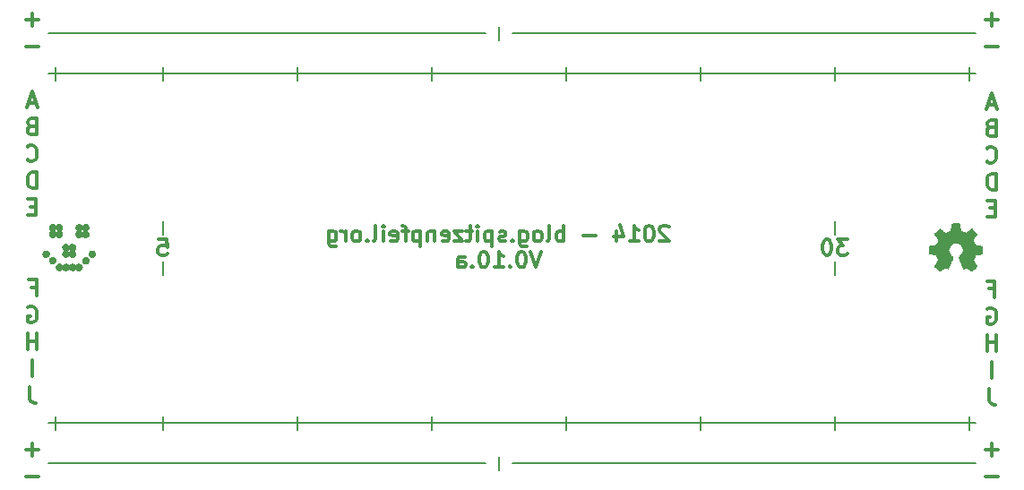
<source format=gbo>
%FSLAX34Y34*%
G04 Gerber Fmt 3.4, Leading zero omitted, Abs format*
G04 (created by PCBNEW (2014-06-11 BZR 4938)-product) date Wed 11 Jun 2014 10:42:52 PM CEST*
%MOIN*%
G01*
G70*
G90*
G04 APERTURE LIST*
%ADD10C,0.005906*%
%ADD11C,0.013780*%
%ADD12C,0.007874*%
%ADD13C,0.000100*%
%ADD14C,0.125984*%
%ADD15C,0.039370*%
%ADD16C,0.064961*%
G04 APERTURE END LIST*
G54D10*
G54D11*
X45515Y-40226D02*
X45515Y-40648D01*
X45543Y-40732D01*
X45599Y-40789D01*
X45684Y-40817D01*
X45740Y-40817D01*
X45600Y-39817D02*
X45600Y-39226D01*
X45768Y-38817D02*
X45768Y-38226D01*
X45768Y-38507D02*
X45431Y-38507D01*
X45431Y-38817D02*
X45431Y-38226D01*
X45445Y-37254D02*
X45501Y-37226D01*
X45585Y-37226D01*
X45670Y-37254D01*
X45726Y-37310D01*
X45754Y-37367D01*
X45782Y-37479D01*
X45782Y-37564D01*
X45754Y-37676D01*
X45726Y-37732D01*
X45670Y-37789D01*
X45585Y-37817D01*
X45529Y-37817D01*
X45445Y-37789D01*
X45417Y-37760D01*
X45417Y-37564D01*
X45529Y-37564D01*
X45515Y-36507D02*
X45712Y-36507D01*
X45712Y-36817D02*
X45712Y-36226D01*
X45431Y-36226D01*
X45726Y-33507D02*
X45529Y-33507D01*
X45445Y-33817D02*
X45726Y-33817D01*
X45726Y-33226D01*
X45445Y-33226D01*
X45754Y-32817D02*
X45754Y-32226D01*
X45614Y-32226D01*
X45529Y-32254D01*
X45473Y-32310D01*
X45445Y-32367D01*
X45417Y-32479D01*
X45417Y-32564D01*
X45445Y-32676D01*
X45473Y-32732D01*
X45529Y-32789D01*
X45614Y-32817D01*
X45754Y-32817D01*
X45417Y-31760D02*
X45445Y-31789D01*
X45529Y-31817D01*
X45585Y-31817D01*
X45670Y-31789D01*
X45726Y-31732D01*
X45754Y-31676D01*
X45782Y-31564D01*
X45782Y-31479D01*
X45754Y-31367D01*
X45726Y-31310D01*
X45670Y-31254D01*
X45585Y-31226D01*
X45529Y-31226D01*
X45445Y-31254D01*
X45417Y-31282D01*
X45557Y-30507D02*
X45473Y-30535D01*
X45445Y-30564D01*
X45417Y-30620D01*
X45417Y-30704D01*
X45445Y-30760D01*
X45473Y-30789D01*
X45529Y-30817D01*
X45754Y-30817D01*
X45754Y-30226D01*
X45557Y-30226D01*
X45501Y-30254D01*
X45473Y-30282D01*
X45445Y-30339D01*
X45445Y-30395D01*
X45473Y-30451D01*
X45501Y-30479D01*
X45557Y-30507D01*
X45754Y-30507D01*
X45740Y-29648D02*
X45459Y-29648D01*
X45796Y-29817D02*
X45600Y-29226D01*
X45403Y-29817D01*
X40228Y-34676D02*
X39862Y-34676D01*
X40059Y-34901D01*
X39974Y-34901D01*
X39918Y-34929D01*
X39890Y-34957D01*
X39862Y-35014D01*
X39862Y-35154D01*
X39890Y-35210D01*
X39918Y-35239D01*
X39974Y-35267D01*
X40143Y-35267D01*
X40199Y-35239D01*
X40228Y-35210D01*
X39496Y-34676D02*
X39440Y-34676D01*
X39384Y-34704D01*
X39356Y-34732D01*
X39328Y-34789D01*
X39300Y-34901D01*
X39300Y-35042D01*
X39328Y-35154D01*
X39356Y-35210D01*
X39384Y-35239D01*
X39440Y-35267D01*
X39496Y-35267D01*
X39553Y-35239D01*
X39581Y-35210D01*
X39609Y-35154D01*
X39637Y-35042D01*
X39637Y-34901D01*
X39609Y-34789D01*
X39581Y-34732D01*
X39553Y-34704D01*
X39496Y-34676D01*
G54D12*
X39750Y-35500D02*
X39750Y-36000D01*
X39750Y-34500D02*
X39750Y-34000D01*
X14750Y-35500D02*
X14750Y-36000D01*
X14750Y-34000D02*
X14750Y-34500D01*
G54D11*
X14609Y-34676D02*
X14890Y-34676D01*
X14918Y-34957D01*
X14890Y-34929D01*
X14834Y-34901D01*
X14693Y-34901D01*
X14637Y-34929D01*
X14609Y-34957D01*
X14581Y-35014D01*
X14581Y-35154D01*
X14609Y-35210D01*
X14637Y-35239D01*
X14693Y-35267D01*
X14834Y-35267D01*
X14890Y-35239D01*
X14918Y-35210D01*
X9815Y-40176D02*
X9815Y-40598D01*
X9843Y-40682D01*
X9899Y-40739D01*
X9984Y-40767D01*
X10040Y-40767D01*
X9900Y-39767D02*
X9900Y-39176D01*
X10068Y-38767D02*
X10068Y-38176D01*
X10068Y-38457D02*
X9731Y-38457D01*
X9731Y-38767D02*
X9731Y-38176D01*
X9745Y-37204D02*
X9801Y-37176D01*
X9885Y-37176D01*
X9970Y-37204D01*
X10026Y-37260D01*
X10054Y-37317D01*
X10082Y-37429D01*
X10082Y-37514D01*
X10054Y-37626D01*
X10026Y-37682D01*
X9970Y-37739D01*
X9885Y-37767D01*
X9829Y-37767D01*
X9745Y-37739D01*
X9717Y-37710D01*
X9717Y-37514D01*
X9829Y-37514D01*
X9865Y-36457D02*
X10062Y-36457D01*
X10062Y-36767D02*
X10062Y-36176D01*
X9781Y-36176D01*
X10026Y-33457D02*
X9829Y-33457D01*
X9745Y-33767D02*
X10026Y-33767D01*
X10026Y-33176D01*
X9745Y-33176D01*
X10054Y-32767D02*
X10054Y-32176D01*
X9914Y-32176D01*
X9829Y-32204D01*
X9773Y-32260D01*
X9745Y-32317D01*
X9717Y-32429D01*
X9717Y-32514D01*
X9745Y-32626D01*
X9773Y-32682D01*
X9829Y-32739D01*
X9914Y-32767D01*
X10054Y-32767D01*
X9717Y-31710D02*
X9745Y-31739D01*
X9829Y-31767D01*
X9885Y-31767D01*
X9970Y-31739D01*
X10026Y-31682D01*
X10054Y-31626D01*
X10082Y-31514D01*
X10082Y-31429D01*
X10054Y-31317D01*
X10026Y-31260D01*
X9970Y-31204D01*
X9885Y-31176D01*
X9829Y-31176D01*
X9745Y-31204D01*
X9717Y-31232D01*
X9857Y-30457D02*
X9773Y-30485D01*
X9745Y-30514D01*
X9717Y-30570D01*
X9717Y-30654D01*
X9745Y-30710D01*
X9773Y-30739D01*
X9829Y-30767D01*
X10054Y-30767D01*
X10054Y-30176D01*
X9857Y-30176D01*
X9801Y-30204D01*
X9773Y-30232D01*
X9745Y-30289D01*
X9745Y-30345D01*
X9773Y-30401D01*
X9801Y-30429D01*
X9857Y-30457D01*
X10054Y-30457D01*
X10040Y-29598D02*
X9759Y-29598D01*
X10096Y-29767D02*
X9900Y-29176D01*
X9703Y-29767D01*
X10124Y-43492D02*
X9675Y-43492D01*
X10124Y-42492D02*
X9675Y-42492D01*
X9900Y-42717D02*
X9900Y-42267D01*
X45824Y-43492D02*
X45375Y-43492D01*
X45824Y-42492D02*
X45375Y-42492D01*
X45600Y-42717D02*
X45600Y-42267D01*
X10124Y-27492D02*
X9675Y-27492D01*
X10124Y-26492D02*
X9675Y-26492D01*
X9900Y-26717D02*
X9900Y-26267D01*
X45824Y-27492D02*
X45375Y-27492D01*
X45824Y-26492D02*
X45375Y-26492D01*
X45600Y-26717D02*
X45600Y-26267D01*
G54D12*
X27750Y-43000D02*
X45000Y-43000D01*
X27250Y-42750D02*
X27250Y-43250D01*
X10500Y-43000D02*
X26750Y-43000D01*
X10750Y-41250D02*
X10750Y-41750D01*
X14750Y-41250D02*
X14750Y-41750D01*
X19750Y-41250D02*
X19750Y-41750D01*
X24750Y-41250D02*
X24750Y-41750D01*
X29750Y-41250D02*
X29750Y-41750D01*
X34750Y-41250D02*
X34750Y-41750D01*
X39750Y-41250D02*
X39750Y-41750D01*
X44750Y-41250D02*
X44750Y-41750D01*
X10500Y-41500D02*
X45000Y-41500D01*
X44750Y-28250D02*
X44750Y-28750D01*
X39750Y-28250D02*
X39750Y-28750D01*
X34750Y-28250D02*
X34750Y-28750D01*
X29750Y-28250D02*
X29750Y-28750D01*
X27250Y-26750D02*
X27250Y-27250D01*
X24750Y-28250D02*
X24750Y-28750D01*
X19750Y-28250D02*
X19750Y-28750D01*
X14750Y-28250D02*
X14750Y-28750D01*
X10750Y-28250D02*
X10750Y-28750D01*
X45000Y-28500D02*
X10500Y-28500D01*
X27750Y-27000D02*
X45000Y-27000D01*
X10500Y-27000D02*
X26750Y-27000D01*
G54D11*
X33585Y-34211D02*
X33557Y-34183D01*
X33501Y-34154D01*
X33360Y-34154D01*
X33304Y-34183D01*
X33276Y-34211D01*
X33248Y-34267D01*
X33248Y-34323D01*
X33276Y-34408D01*
X33613Y-34745D01*
X33248Y-34745D01*
X32882Y-34154D02*
X32826Y-34154D01*
X32769Y-34183D01*
X32741Y-34211D01*
X32713Y-34267D01*
X32685Y-34379D01*
X32685Y-34520D01*
X32713Y-34633D01*
X32741Y-34689D01*
X32769Y-34717D01*
X32826Y-34745D01*
X32882Y-34745D01*
X32938Y-34717D01*
X32966Y-34689D01*
X32994Y-34633D01*
X33023Y-34520D01*
X33023Y-34379D01*
X32994Y-34267D01*
X32966Y-34211D01*
X32938Y-34183D01*
X32882Y-34154D01*
X32123Y-34745D02*
X32460Y-34745D01*
X32291Y-34745D02*
X32291Y-34154D01*
X32348Y-34239D01*
X32404Y-34295D01*
X32460Y-34323D01*
X31616Y-34351D02*
X31616Y-34745D01*
X31757Y-34126D02*
X31898Y-34548D01*
X31532Y-34548D01*
X30857Y-34520D02*
X30407Y-34520D01*
X29676Y-34745D02*
X29676Y-34154D01*
X29676Y-34379D02*
X29620Y-34351D01*
X29507Y-34351D01*
X29451Y-34379D01*
X29423Y-34408D01*
X29395Y-34464D01*
X29395Y-34633D01*
X29423Y-34689D01*
X29451Y-34717D01*
X29507Y-34745D01*
X29620Y-34745D01*
X29676Y-34717D01*
X29057Y-34745D02*
X29114Y-34717D01*
X29142Y-34661D01*
X29142Y-34154D01*
X28748Y-34745D02*
X28804Y-34717D01*
X28832Y-34689D01*
X28861Y-34633D01*
X28861Y-34464D01*
X28832Y-34408D01*
X28804Y-34379D01*
X28748Y-34351D01*
X28664Y-34351D01*
X28607Y-34379D01*
X28579Y-34408D01*
X28551Y-34464D01*
X28551Y-34633D01*
X28579Y-34689D01*
X28607Y-34717D01*
X28664Y-34745D01*
X28748Y-34745D01*
X28045Y-34351D02*
X28045Y-34829D01*
X28073Y-34886D01*
X28101Y-34914D01*
X28158Y-34942D01*
X28242Y-34942D01*
X28298Y-34914D01*
X28045Y-34717D02*
X28101Y-34745D01*
X28214Y-34745D01*
X28270Y-34717D01*
X28298Y-34689D01*
X28326Y-34633D01*
X28326Y-34464D01*
X28298Y-34408D01*
X28270Y-34379D01*
X28214Y-34351D01*
X28101Y-34351D01*
X28045Y-34379D01*
X27764Y-34689D02*
X27736Y-34717D01*
X27764Y-34745D01*
X27792Y-34717D01*
X27764Y-34689D01*
X27764Y-34745D01*
X27511Y-34717D02*
X27455Y-34745D01*
X27342Y-34745D01*
X27286Y-34717D01*
X27258Y-34661D01*
X27258Y-34633D01*
X27286Y-34576D01*
X27342Y-34548D01*
X27426Y-34548D01*
X27483Y-34520D01*
X27511Y-34464D01*
X27511Y-34436D01*
X27483Y-34379D01*
X27426Y-34351D01*
X27342Y-34351D01*
X27286Y-34379D01*
X27005Y-34351D02*
X27005Y-34942D01*
X27005Y-34379D02*
X26948Y-34351D01*
X26836Y-34351D01*
X26780Y-34379D01*
X26751Y-34408D01*
X26723Y-34464D01*
X26723Y-34633D01*
X26751Y-34689D01*
X26780Y-34717D01*
X26836Y-34745D01*
X26948Y-34745D01*
X27005Y-34717D01*
X26470Y-34745D02*
X26470Y-34351D01*
X26470Y-34154D02*
X26498Y-34183D01*
X26470Y-34211D01*
X26442Y-34183D01*
X26470Y-34154D01*
X26470Y-34211D01*
X26273Y-34351D02*
X26048Y-34351D01*
X26189Y-34154D02*
X26189Y-34661D01*
X26161Y-34717D01*
X26105Y-34745D01*
X26048Y-34745D01*
X25908Y-34351D02*
X25598Y-34351D01*
X25908Y-34745D01*
X25598Y-34745D01*
X25149Y-34717D02*
X25205Y-34745D01*
X25317Y-34745D01*
X25374Y-34717D01*
X25402Y-34661D01*
X25402Y-34436D01*
X25374Y-34379D01*
X25317Y-34351D01*
X25205Y-34351D01*
X25149Y-34379D01*
X25120Y-34436D01*
X25120Y-34492D01*
X25402Y-34548D01*
X24867Y-34351D02*
X24867Y-34745D01*
X24867Y-34408D02*
X24839Y-34379D01*
X24783Y-34351D01*
X24699Y-34351D01*
X24642Y-34379D01*
X24614Y-34436D01*
X24614Y-34745D01*
X24333Y-34351D02*
X24333Y-34942D01*
X24333Y-34379D02*
X24277Y-34351D01*
X24164Y-34351D01*
X24108Y-34379D01*
X24080Y-34408D01*
X24052Y-34464D01*
X24052Y-34633D01*
X24080Y-34689D01*
X24108Y-34717D01*
X24164Y-34745D01*
X24277Y-34745D01*
X24333Y-34717D01*
X23883Y-34351D02*
X23658Y-34351D01*
X23799Y-34745D02*
X23799Y-34239D01*
X23771Y-34183D01*
X23714Y-34154D01*
X23658Y-34154D01*
X23236Y-34717D02*
X23293Y-34745D01*
X23405Y-34745D01*
X23461Y-34717D01*
X23489Y-34661D01*
X23489Y-34436D01*
X23461Y-34379D01*
X23405Y-34351D01*
X23293Y-34351D01*
X23236Y-34379D01*
X23208Y-34436D01*
X23208Y-34492D01*
X23489Y-34548D01*
X22955Y-34745D02*
X22955Y-34351D01*
X22955Y-34154D02*
X22983Y-34183D01*
X22955Y-34211D01*
X22927Y-34183D01*
X22955Y-34154D01*
X22955Y-34211D01*
X22589Y-34745D02*
X22646Y-34717D01*
X22674Y-34661D01*
X22674Y-34154D01*
X22365Y-34689D02*
X22336Y-34717D01*
X22365Y-34745D01*
X22393Y-34717D01*
X22365Y-34689D01*
X22365Y-34745D01*
X21999Y-34745D02*
X22055Y-34717D01*
X22083Y-34689D01*
X22111Y-34633D01*
X22111Y-34464D01*
X22083Y-34408D01*
X22055Y-34379D01*
X21999Y-34351D01*
X21915Y-34351D01*
X21858Y-34379D01*
X21830Y-34408D01*
X21802Y-34464D01*
X21802Y-34633D01*
X21830Y-34689D01*
X21858Y-34717D01*
X21915Y-34745D01*
X21999Y-34745D01*
X21549Y-34745D02*
X21549Y-34351D01*
X21549Y-34464D02*
X21521Y-34408D01*
X21493Y-34379D01*
X21437Y-34351D01*
X21380Y-34351D01*
X20930Y-34351D02*
X20930Y-34829D01*
X20958Y-34886D01*
X20987Y-34914D01*
X21043Y-34942D01*
X21127Y-34942D01*
X21183Y-34914D01*
X20930Y-34717D02*
X20987Y-34745D01*
X21099Y-34745D01*
X21155Y-34717D01*
X21183Y-34689D01*
X21212Y-34633D01*
X21212Y-34464D01*
X21183Y-34408D01*
X21155Y-34379D01*
X21099Y-34351D01*
X20987Y-34351D01*
X20930Y-34379D01*
X28832Y-35119D02*
X28636Y-35710D01*
X28439Y-35119D01*
X28129Y-35119D02*
X28073Y-35119D01*
X28017Y-35147D01*
X27989Y-35175D01*
X27961Y-35232D01*
X27933Y-35344D01*
X27933Y-35485D01*
X27961Y-35597D01*
X27989Y-35653D01*
X28017Y-35681D01*
X28073Y-35710D01*
X28129Y-35710D01*
X28186Y-35681D01*
X28214Y-35653D01*
X28242Y-35597D01*
X28270Y-35485D01*
X28270Y-35344D01*
X28242Y-35232D01*
X28214Y-35175D01*
X28186Y-35147D01*
X28129Y-35119D01*
X27679Y-35653D02*
X27651Y-35681D01*
X27679Y-35710D01*
X27708Y-35681D01*
X27679Y-35653D01*
X27679Y-35710D01*
X27089Y-35710D02*
X27426Y-35710D01*
X27258Y-35710D02*
X27258Y-35119D01*
X27314Y-35203D01*
X27370Y-35260D01*
X27426Y-35288D01*
X26723Y-35119D02*
X26667Y-35119D01*
X26611Y-35147D01*
X26583Y-35175D01*
X26555Y-35232D01*
X26526Y-35344D01*
X26526Y-35485D01*
X26555Y-35597D01*
X26583Y-35653D01*
X26611Y-35681D01*
X26667Y-35710D01*
X26723Y-35710D01*
X26780Y-35681D01*
X26808Y-35653D01*
X26836Y-35597D01*
X26864Y-35485D01*
X26864Y-35344D01*
X26836Y-35232D01*
X26808Y-35175D01*
X26780Y-35147D01*
X26723Y-35119D01*
X26273Y-35653D02*
X26245Y-35681D01*
X26273Y-35710D01*
X26302Y-35681D01*
X26273Y-35653D01*
X26273Y-35710D01*
X25739Y-35710D02*
X25739Y-35400D01*
X25767Y-35344D01*
X25823Y-35316D01*
X25936Y-35316D01*
X25992Y-35344D01*
X25739Y-35681D02*
X25795Y-35710D01*
X25936Y-35710D01*
X25992Y-35681D01*
X26020Y-35625D01*
X26020Y-35569D01*
X25992Y-35513D01*
X25936Y-35485D01*
X25795Y-35485D01*
X25739Y-35456D01*
G54D13*
G36*
X43655Y-35844D02*
X43665Y-35838D01*
X43688Y-35824D01*
X43721Y-35802D01*
X43760Y-35776D01*
X43799Y-35750D01*
X43831Y-35729D01*
X43853Y-35714D01*
X43863Y-35709D01*
X43868Y-35711D01*
X43886Y-35720D01*
X43913Y-35734D01*
X43929Y-35742D01*
X43953Y-35752D01*
X43966Y-35755D01*
X43968Y-35751D01*
X43977Y-35732D01*
X43991Y-35700D01*
X44009Y-35657D01*
X44031Y-35607D01*
X44053Y-35554D01*
X44076Y-35499D01*
X44098Y-35446D01*
X44117Y-35399D01*
X44133Y-35361D01*
X44143Y-35334D01*
X44147Y-35323D01*
X44146Y-35320D01*
X44133Y-35308D01*
X44112Y-35292D01*
X44065Y-35254D01*
X44019Y-35197D01*
X43991Y-35132D01*
X43982Y-35059D01*
X43990Y-34992D01*
X44016Y-34928D01*
X44061Y-34870D01*
X44116Y-34827D01*
X44180Y-34800D01*
X44251Y-34791D01*
X44319Y-34799D01*
X44385Y-34825D01*
X44443Y-34869D01*
X44468Y-34897D01*
X44502Y-34956D01*
X44521Y-35018D01*
X44523Y-35034D01*
X44520Y-35103D01*
X44500Y-35170D01*
X44463Y-35229D01*
X44412Y-35278D01*
X44406Y-35282D01*
X44383Y-35300D01*
X44367Y-35312D01*
X44355Y-35322D01*
X44443Y-35534D01*
X44457Y-35567D01*
X44481Y-35625D01*
X44502Y-35675D01*
X44519Y-35715D01*
X44531Y-35741D01*
X44536Y-35752D01*
X44536Y-35753D01*
X44544Y-35754D01*
X44560Y-35748D01*
X44590Y-35734D01*
X44609Y-35724D01*
X44632Y-35713D01*
X44642Y-35709D01*
X44651Y-35714D01*
X44672Y-35728D01*
X44704Y-35749D01*
X44742Y-35774D01*
X44778Y-35799D01*
X44811Y-35821D01*
X44835Y-35836D01*
X44847Y-35843D01*
X44849Y-35843D01*
X44859Y-35837D01*
X44878Y-35821D01*
X44907Y-35794D01*
X44948Y-35753D01*
X44954Y-35747D01*
X44988Y-35713D01*
X45015Y-35684D01*
X45033Y-35664D01*
X45040Y-35655D01*
X45040Y-35655D01*
X45034Y-35643D01*
X45019Y-35619D01*
X44997Y-35585D01*
X44970Y-35546D01*
X44900Y-35444D01*
X44938Y-35348D01*
X44950Y-35318D01*
X44965Y-35283D01*
X44976Y-35257D01*
X44982Y-35246D01*
X44992Y-35242D01*
X45019Y-35236D01*
X45057Y-35228D01*
X45102Y-35220D01*
X45146Y-35212D01*
X45185Y-35204D01*
X45213Y-35199D01*
X45226Y-35196D01*
X45229Y-35194D01*
X45232Y-35188D01*
X45233Y-35175D01*
X45234Y-35151D01*
X45235Y-35114D01*
X45235Y-35059D01*
X45235Y-35053D01*
X45234Y-35002D01*
X45233Y-34960D01*
X45232Y-34934D01*
X45230Y-34923D01*
X45230Y-34923D01*
X45218Y-34920D01*
X45190Y-34914D01*
X45151Y-34907D01*
X45104Y-34898D01*
X45101Y-34897D01*
X45055Y-34888D01*
X45016Y-34880D01*
X44988Y-34874D01*
X44977Y-34870D01*
X44974Y-34867D01*
X44965Y-34849D01*
X44952Y-34820D01*
X44936Y-34785D01*
X44921Y-34748D01*
X44908Y-34715D01*
X44899Y-34691D01*
X44896Y-34680D01*
X44897Y-34679D01*
X44904Y-34668D01*
X44920Y-34644D01*
X44942Y-34611D01*
X44969Y-34571D01*
X44971Y-34568D01*
X44998Y-34529D01*
X45020Y-34495D01*
X45034Y-34472D01*
X45040Y-34461D01*
X45040Y-34460D01*
X45031Y-34448D01*
X45011Y-34426D01*
X44982Y-34396D01*
X44948Y-34361D01*
X44937Y-34351D01*
X44898Y-34313D01*
X44872Y-34289D01*
X44855Y-34276D01*
X44847Y-34273D01*
X44847Y-34273D01*
X44835Y-34280D01*
X44810Y-34296D01*
X44777Y-34319D01*
X44737Y-34346D01*
X44734Y-34348D01*
X44695Y-34375D01*
X44662Y-34397D01*
X44639Y-34413D01*
X44628Y-34419D01*
X44627Y-34419D01*
X44611Y-34414D01*
X44583Y-34404D01*
X44548Y-34391D01*
X44512Y-34376D01*
X44479Y-34362D01*
X44454Y-34351D01*
X44442Y-34344D01*
X44442Y-34344D01*
X44438Y-34330D01*
X44431Y-34300D01*
X44423Y-34260D01*
X44413Y-34212D01*
X44412Y-34204D01*
X44403Y-34157D01*
X44396Y-34118D01*
X44390Y-34091D01*
X44387Y-34080D01*
X44381Y-34079D01*
X44358Y-34077D01*
X44323Y-34076D01*
X44280Y-34076D01*
X44236Y-34076D01*
X44193Y-34077D01*
X44156Y-34078D01*
X44129Y-34080D01*
X44118Y-34082D01*
X44118Y-34083D01*
X44114Y-34098D01*
X44107Y-34127D01*
X44099Y-34168D01*
X44090Y-34216D01*
X44088Y-34225D01*
X44079Y-34271D01*
X44071Y-34310D01*
X44066Y-34336D01*
X44063Y-34347D01*
X44058Y-34349D01*
X44039Y-34357D01*
X44008Y-34370D01*
X43969Y-34386D01*
X43879Y-34422D01*
X43768Y-34347D01*
X43758Y-34340D01*
X43718Y-34313D01*
X43686Y-34291D01*
X43663Y-34276D01*
X43654Y-34271D01*
X43653Y-34271D01*
X43642Y-34281D01*
X43620Y-34302D01*
X43590Y-34331D01*
X43555Y-34365D01*
X43530Y-34391D01*
X43499Y-34422D01*
X43480Y-34443D01*
X43469Y-34456D01*
X43466Y-34464D01*
X43467Y-34470D01*
X43474Y-34481D01*
X43490Y-34505D01*
X43513Y-34539D01*
X43540Y-34578D01*
X43562Y-34611D01*
X43586Y-34648D01*
X43601Y-34674D01*
X43607Y-34687D01*
X43605Y-34692D01*
X43598Y-34714D01*
X43584Y-34747D01*
X43568Y-34786D01*
X43529Y-34873D01*
X43472Y-34884D01*
X43437Y-34891D01*
X43389Y-34900D01*
X43342Y-34909D01*
X43270Y-34923D01*
X43267Y-35189D01*
X43278Y-35194D01*
X43289Y-35197D01*
X43316Y-35203D01*
X43354Y-35211D01*
X43400Y-35219D01*
X43438Y-35226D01*
X43477Y-35234D01*
X43505Y-35239D01*
X43517Y-35242D01*
X43521Y-35246D01*
X43530Y-35265D01*
X43544Y-35295D01*
X43560Y-35331D01*
X43575Y-35368D01*
X43589Y-35403D01*
X43598Y-35429D01*
X43602Y-35442D01*
X43597Y-35453D01*
X43582Y-35476D01*
X43561Y-35508D01*
X43534Y-35547D01*
X43508Y-35585D01*
X43485Y-35618D01*
X43470Y-35642D01*
X43463Y-35653D01*
X43467Y-35660D01*
X43482Y-35679D01*
X43511Y-35709D01*
X43555Y-35752D01*
X43562Y-35759D01*
X43596Y-35792D01*
X43625Y-35819D01*
X43646Y-35837D01*
X43655Y-35844D01*
X43655Y-35844D01*
G37*
X43655Y-35844D02*
X43665Y-35838D01*
X43688Y-35824D01*
X43721Y-35802D01*
X43760Y-35776D01*
X43799Y-35750D01*
X43831Y-35729D01*
X43853Y-35714D01*
X43863Y-35709D01*
X43868Y-35711D01*
X43886Y-35720D01*
X43913Y-35734D01*
X43929Y-35742D01*
X43953Y-35752D01*
X43966Y-35755D01*
X43968Y-35751D01*
X43977Y-35732D01*
X43991Y-35700D01*
X44009Y-35657D01*
X44031Y-35607D01*
X44053Y-35554D01*
X44076Y-35499D01*
X44098Y-35446D01*
X44117Y-35399D01*
X44133Y-35361D01*
X44143Y-35334D01*
X44147Y-35323D01*
X44146Y-35320D01*
X44133Y-35308D01*
X44112Y-35292D01*
X44065Y-35254D01*
X44019Y-35197D01*
X43991Y-35132D01*
X43982Y-35059D01*
X43990Y-34992D01*
X44016Y-34928D01*
X44061Y-34870D01*
X44116Y-34827D01*
X44180Y-34800D01*
X44251Y-34791D01*
X44319Y-34799D01*
X44385Y-34825D01*
X44443Y-34869D01*
X44468Y-34897D01*
X44502Y-34956D01*
X44521Y-35018D01*
X44523Y-35034D01*
X44520Y-35103D01*
X44500Y-35170D01*
X44463Y-35229D01*
X44412Y-35278D01*
X44406Y-35282D01*
X44383Y-35300D01*
X44367Y-35312D01*
X44355Y-35322D01*
X44443Y-35534D01*
X44457Y-35567D01*
X44481Y-35625D01*
X44502Y-35675D01*
X44519Y-35715D01*
X44531Y-35741D01*
X44536Y-35752D01*
X44536Y-35753D01*
X44544Y-35754D01*
X44560Y-35748D01*
X44590Y-35734D01*
X44609Y-35724D01*
X44632Y-35713D01*
X44642Y-35709D01*
X44651Y-35714D01*
X44672Y-35728D01*
X44704Y-35749D01*
X44742Y-35774D01*
X44778Y-35799D01*
X44811Y-35821D01*
X44835Y-35836D01*
X44847Y-35843D01*
X44849Y-35843D01*
X44859Y-35837D01*
X44878Y-35821D01*
X44907Y-35794D01*
X44948Y-35753D01*
X44954Y-35747D01*
X44988Y-35713D01*
X45015Y-35684D01*
X45033Y-35664D01*
X45040Y-35655D01*
X45040Y-35655D01*
X45034Y-35643D01*
X45019Y-35619D01*
X44997Y-35585D01*
X44970Y-35546D01*
X44900Y-35444D01*
X44938Y-35348D01*
X44950Y-35318D01*
X44965Y-35283D01*
X44976Y-35257D01*
X44982Y-35246D01*
X44992Y-35242D01*
X45019Y-35236D01*
X45057Y-35228D01*
X45102Y-35220D01*
X45146Y-35212D01*
X45185Y-35204D01*
X45213Y-35199D01*
X45226Y-35196D01*
X45229Y-35194D01*
X45232Y-35188D01*
X45233Y-35175D01*
X45234Y-35151D01*
X45235Y-35114D01*
X45235Y-35059D01*
X45235Y-35053D01*
X45234Y-35002D01*
X45233Y-34960D01*
X45232Y-34934D01*
X45230Y-34923D01*
X45230Y-34923D01*
X45218Y-34920D01*
X45190Y-34914D01*
X45151Y-34907D01*
X45104Y-34898D01*
X45101Y-34897D01*
X45055Y-34888D01*
X45016Y-34880D01*
X44988Y-34874D01*
X44977Y-34870D01*
X44974Y-34867D01*
X44965Y-34849D01*
X44952Y-34820D01*
X44936Y-34785D01*
X44921Y-34748D01*
X44908Y-34715D01*
X44899Y-34691D01*
X44896Y-34680D01*
X44897Y-34679D01*
X44904Y-34668D01*
X44920Y-34644D01*
X44942Y-34611D01*
X44969Y-34571D01*
X44971Y-34568D01*
X44998Y-34529D01*
X45020Y-34495D01*
X45034Y-34472D01*
X45040Y-34461D01*
X45040Y-34460D01*
X45031Y-34448D01*
X45011Y-34426D01*
X44982Y-34396D01*
X44948Y-34361D01*
X44937Y-34351D01*
X44898Y-34313D01*
X44872Y-34289D01*
X44855Y-34276D01*
X44847Y-34273D01*
X44847Y-34273D01*
X44835Y-34280D01*
X44810Y-34296D01*
X44777Y-34319D01*
X44737Y-34346D01*
X44734Y-34348D01*
X44695Y-34375D01*
X44662Y-34397D01*
X44639Y-34413D01*
X44628Y-34419D01*
X44627Y-34419D01*
X44611Y-34414D01*
X44583Y-34404D01*
X44548Y-34391D01*
X44512Y-34376D01*
X44479Y-34362D01*
X44454Y-34351D01*
X44442Y-34344D01*
X44442Y-34344D01*
X44438Y-34330D01*
X44431Y-34300D01*
X44423Y-34260D01*
X44413Y-34212D01*
X44412Y-34204D01*
X44403Y-34157D01*
X44396Y-34118D01*
X44390Y-34091D01*
X44387Y-34080D01*
X44381Y-34079D01*
X44358Y-34077D01*
X44323Y-34076D01*
X44280Y-34076D01*
X44236Y-34076D01*
X44193Y-34077D01*
X44156Y-34078D01*
X44129Y-34080D01*
X44118Y-34082D01*
X44118Y-34083D01*
X44114Y-34098D01*
X44107Y-34127D01*
X44099Y-34168D01*
X44090Y-34216D01*
X44088Y-34225D01*
X44079Y-34271D01*
X44071Y-34310D01*
X44066Y-34336D01*
X44063Y-34347D01*
X44058Y-34349D01*
X44039Y-34357D01*
X44008Y-34370D01*
X43969Y-34386D01*
X43879Y-34422D01*
X43768Y-34347D01*
X43758Y-34340D01*
X43718Y-34313D01*
X43686Y-34291D01*
X43663Y-34276D01*
X43654Y-34271D01*
X43653Y-34271D01*
X43642Y-34281D01*
X43620Y-34302D01*
X43590Y-34331D01*
X43555Y-34365D01*
X43530Y-34391D01*
X43499Y-34422D01*
X43480Y-34443D01*
X43469Y-34456D01*
X43466Y-34464D01*
X43467Y-34470D01*
X43474Y-34481D01*
X43490Y-34505D01*
X43513Y-34539D01*
X43540Y-34578D01*
X43562Y-34611D01*
X43586Y-34648D01*
X43601Y-34674D01*
X43607Y-34687D01*
X43605Y-34692D01*
X43598Y-34714D01*
X43584Y-34747D01*
X43568Y-34786D01*
X43529Y-34873D01*
X43472Y-34884D01*
X43437Y-34891D01*
X43389Y-34900D01*
X43342Y-34909D01*
X43270Y-34923D01*
X43267Y-35189D01*
X43278Y-35194D01*
X43289Y-35197D01*
X43316Y-35203D01*
X43354Y-35211D01*
X43400Y-35219D01*
X43438Y-35226D01*
X43477Y-35234D01*
X43505Y-35239D01*
X43517Y-35242D01*
X43521Y-35246D01*
X43530Y-35265D01*
X43544Y-35295D01*
X43560Y-35331D01*
X43575Y-35368D01*
X43589Y-35403D01*
X43598Y-35429D01*
X43602Y-35442D01*
X43597Y-35453D01*
X43582Y-35476D01*
X43561Y-35508D01*
X43534Y-35547D01*
X43508Y-35585D01*
X43485Y-35618D01*
X43470Y-35642D01*
X43463Y-35653D01*
X43467Y-35660D01*
X43482Y-35679D01*
X43511Y-35709D01*
X43555Y-35752D01*
X43562Y-35759D01*
X43596Y-35792D01*
X43625Y-35819D01*
X43646Y-35837D01*
X43655Y-35844D01*
G36*
X11630Y-35821D02*
X11655Y-35818D01*
X11678Y-35810D01*
X11688Y-35805D01*
X11709Y-35790D01*
X11726Y-35772D01*
X11738Y-35751D01*
X11747Y-35729D01*
X11751Y-35705D01*
X11750Y-35681D01*
X11744Y-35657D01*
X11733Y-35633D01*
X11726Y-35624D01*
X11715Y-35612D01*
X11704Y-35602D01*
X11694Y-35594D01*
X11690Y-35592D01*
X11669Y-35582D01*
X11647Y-35576D01*
X11622Y-35575D01*
X11614Y-35576D01*
X11601Y-35578D01*
X11589Y-35581D01*
X11576Y-35586D01*
X11562Y-35594D01*
X11542Y-35610D01*
X11525Y-35630D01*
X11513Y-35652D01*
X11510Y-35663D01*
X11506Y-35675D01*
X11505Y-35684D01*
X11505Y-35686D01*
X11505Y-35686D01*
X11504Y-35681D01*
X11504Y-35680D01*
X11500Y-35664D01*
X11494Y-35648D01*
X11487Y-35634D01*
X11473Y-35616D01*
X11454Y-35598D01*
X11432Y-35586D01*
X11408Y-35578D01*
X11382Y-35575D01*
X11376Y-35575D01*
X11356Y-35577D01*
X11338Y-35583D01*
X11334Y-35584D01*
X11313Y-35596D01*
X11295Y-35611D01*
X11279Y-35630D01*
X11268Y-35650D01*
X11261Y-35672D01*
X11261Y-35673D01*
X11260Y-35679D01*
X11259Y-35682D01*
X11259Y-35682D01*
X11258Y-35678D01*
X11257Y-35672D01*
X11256Y-35670D01*
X11249Y-35648D01*
X11237Y-35628D01*
X11221Y-35609D01*
X11207Y-35597D01*
X11185Y-35585D01*
X11162Y-35577D01*
X11136Y-35575D01*
X11117Y-35576D01*
X11093Y-35583D01*
X11070Y-35594D01*
X11051Y-35609D01*
X11035Y-35629D01*
X11033Y-35632D01*
X11027Y-35641D01*
X11023Y-35649D01*
X11021Y-35654D01*
X11018Y-35665D01*
X11015Y-35676D01*
X11014Y-35684D01*
X11014Y-35685D01*
X11013Y-35686D01*
X11012Y-35680D01*
X11010Y-35667D01*
X11004Y-35650D01*
X10996Y-35635D01*
X10982Y-35615D01*
X10963Y-35598D01*
X10941Y-35586D01*
X10917Y-35578D01*
X10891Y-35575D01*
X10868Y-35577D01*
X10844Y-35584D01*
X10822Y-35595D01*
X10802Y-35612D01*
X10793Y-35623D01*
X10783Y-35637D01*
X10776Y-35652D01*
X10772Y-35665D01*
X10767Y-35690D01*
X10768Y-35714D01*
X10774Y-35737D01*
X10783Y-35758D01*
X10797Y-35778D01*
X10814Y-35794D01*
X10833Y-35807D01*
X10856Y-35816D01*
X10881Y-35820D01*
X10883Y-35820D01*
X10908Y-35820D01*
X10932Y-35814D01*
X10954Y-35803D01*
X10962Y-35798D01*
X10979Y-35783D01*
X10993Y-35766D01*
X11003Y-35747D01*
X11006Y-35740D01*
X11009Y-35730D01*
X11012Y-35719D01*
X11013Y-35711D01*
X11013Y-35706D01*
X11014Y-35711D01*
X11014Y-35715D01*
X11017Y-35726D01*
X11020Y-35738D01*
X11024Y-35748D01*
X11030Y-35760D01*
X11045Y-35780D01*
X11064Y-35797D01*
X11086Y-35810D01*
X11110Y-35818D01*
X11114Y-35819D01*
X11131Y-35821D01*
X11149Y-35820D01*
X11165Y-35818D01*
X11181Y-35812D01*
X11204Y-35801D01*
X11225Y-35784D01*
X11226Y-35782D01*
X11240Y-35765D01*
X11251Y-35744D01*
X11257Y-35723D01*
X11257Y-35722D01*
X11259Y-35716D01*
X11259Y-35714D01*
X11259Y-35716D01*
X11260Y-35721D01*
X11261Y-35723D01*
X11264Y-35735D01*
X11270Y-35749D01*
X11277Y-35763D01*
X11288Y-35778D01*
X11306Y-35795D01*
X11328Y-35809D01*
X11352Y-35817D01*
X11357Y-35818D01*
X11373Y-35820D01*
X11391Y-35820D01*
X11407Y-35818D01*
X11421Y-35814D01*
X11444Y-35804D01*
X11464Y-35789D01*
X11481Y-35770D01*
X11494Y-35748D01*
X11497Y-35741D01*
X11500Y-35730D01*
X11503Y-35719D01*
X11504Y-35711D01*
X11504Y-35710D01*
X11505Y-35710D01*
X11505Y-35715D01*
X11506Y-35715D01*
X11509Y-35731D01*
X11515Y-35747D01*
X11522Y-35762D01*
X11526Y-35767D01*
X11542Y-35786D01*
X11561Y-35801D01*
X11582Y-35812D01*
X11606Y-35819D01*
X11630Y-35821D01*
X11630Y-35821D01*
G37*
X11630Y-35821D02*
X11655Y-35818D01*
X11678Y-35810D01*
X11688Y-35805D01*
X11709Y-35790D01*
X11726Y-35772D01*
X11738Y-35751D01*
X11747Y-35729D01*
X11751Y-35705D01*
X11750Y-35681D01*
X11744Y-35657D01*
X11733Y-35633D01*
X11726Y-35624D01*
X11715Y-35612D01*
X11704Y-35602D01*
X11694Y-35594D01*
X11690Y-35592D01*
X11669Y-35582D01*
X11647Y-35576D01*
X11622Y-35575D01*
X11614Y-35576D01*
X11601Y-35578D01*
X11589Y-35581D01*
X11576Y-35586D01*
X11562Y-35594D01*
X11542Y-35610D01*
X11525Y-35630D01*
X11513Y-35652D01*
X11510Y-35663D01*
X11506Y-35675D01*
X11505Y-35684D01*
X11505Y-35686D01*
X11505Y-35686D01*
X11504Y-35681D01*
X11504Y-35680D01*
X11500Y-35664D01*
X11494Y-35648D01*
X11487Y-35634D01*
X11473Y-35616D01*
X11454Y-35598D01*
X11432Y-35586D01*
X11408Y-35578D01*
X11382Y-35575D01*
X11376Y-35575D01*
X11356Y-35577D01*
X11338Y-35583D01*
X11334Y-35584D01*
X11313Y-35596D01*
X11295Y-35611D01*
X11279Y-35630D01*
X11268Y-35650D01*
X11261Y-35672D01*
X11261Y-35673D01*
X11260Y-35679D01*
X11259Y-35682D01*
X11259Y-35682D01*
X11258Y-35678D01*
X11257Y-35672D01*
X11256Y-35670D01*
X11249Y-35648D01*
X11237Y-35628D01*
X11221Y-35609D01*
X11207Y-35597D01*
X11185Y-35585D01*
X11162Y-35577D01*
X11136Y-35575D01*
X11117Y-35576D01*
X11093Y-35583D01*
X11070Y-35594D01*
X11051Y-35609D01*
X11035Y-35629D01*
X11033Y-35632D01*
X11027Y-35641D01*
X11023Y-35649D01*
X11021Y-35654D01*
X11018Y-35665D01*
X11015Y-35676D01*
X11014Y-35684D01*
X11014Y-35685D01*
X11013Y-35686D01*
X11012Y-35680D01*
X11010Y-35667D01*
X11004Y-35650D01*
X10996Y-35635D01*
X10982Y-35615D01*
X10963Y-35598D01*
X10941Y-35586D01*
X10917Y-35578D01*
X10891Y-35575D01*
X10868Y-35577D01*
X10844Y-35584D01*
X10822Y-35595D01*
X10802Y-35612D01*
X10793Y-35623D01*
X10783Y-35637D01*
X10776Y-35652D01*
X10772Y-35665D01*
X10767Y-35690D01*
X10768Y-35714D01*
X10774Y-35737D01*
X10783Y-35758D01*
X10797Y-35778D01*
X10814Y-35794D01*
X10833Y-35807D01*
X10856Y-35816D01*
X10881Y-35820D01*
X10883Y-35820D01*
X10908Y-35820D01*
X10932Y-35814D01*
X10954Y-35803D01*
X10962Y-35798D01*
X10979Y-35783D01*
X10993Y-35766D01*
X11003Y-35747D01*
X11006Y-35740D01*
X11009Y-35730D01*
X11012Y-35719D01*
X11013Y-35711D01*
X11013Y-35706D01*
X11014Y-35711D01*
X11014Y-35715D01*
X11017Y-35726D01*
X11020Y-35738D01*
X11024Y-35748D01*
X11030Y-35760D01*
X11045Y-35780D01*
X11064Y-35797D01*
X11086Y-35810D01*
X11110Y-35818D01*
X11114Y-35819D01*
X11131Y-35821D01*
X11149Y-35820D01*
X11165Y-35818D01*
X11181Y-35812D01*
X11204Y-35801D01*
X11225Y-35784D01*
X11226Y-35782D01*
X11240Y-35765D01*
X11251Y-35744D01*
X11257Y-35723D01*
X11257Y-35722D01*
X11259Y-35716D01*
X11259Y-35714D01*
X11259Y-35716D01*
X11260Y-35721D01*
X11261Y-35723D01*
X11264Y-35735D01*
X11270Y-35749D01*
X11277Y-35763D01*
X11288Y-35778D01*
X11306Y-35795D01*
X11328Y-35809D01*
X11352Y-35817D01*
X11357Y-35818D01*
X11373Y-35820D01*
X11391Y-35820D01*
X11407Y-35818D01*
X11421Y-35814D01*
X11444Y-35804D01*
X11464Y-35789D01*
X11481Y-35770D01*
X11494Y-35748D01*
X11497Y-35741D01*
X11500Y-35730D01*
X11503Y-35719D01*
X11504Y-35711D01*
X11504Y-35710D01*
X11505Y-35710D01*
X11505Y-35715D01*
X11506Y-35715D01*
X11509Y-35731D01*
X11515Y-35747D01*
X11522Y-35762D01*
X11526Y-35767D01*
X11542Y-35786D01*
X11561Y-35801D01*
X11582Y-35812D01*
X11606Y-35819D01*
X11630Y-35821D01*
G36*
X10636Y-35575D02*
X10651Y-35574D01*
X10666Y-35573D01*
X10682Y-35569D01*
X10705Y-35559D01*
X10726Y-35544D01*
X10743Y-35526D01*
X10756Y-35504D01*
X10764Y-35481D01*
X10767Y-35456D01*
X10766Y-35431D01*
X10759Y-35407D01*
X10748Y-35385D01*
X10732Y-35366D01*
X10713Y-35349D01*
X10706Y-35345D01*
X10683Y-35335D01*
X10658Y-35329D01*
X10633Y-35329D01*
X10607Y-35334D01*
X10587Y-35343D01*
X10566Y-35357D01*
X10548Y-35375D01*
X10534Y-35397D01*
X10525Y-35421D01*
X10522Y-35434D01*
X10521Y-35450D01*
X10522Y-35466D01*
X10524Y-35479D01*
X10525Y-35484D01*
X10535Y-35508D01*
X10549Y-35530D01*
X10568Y-35548D01*
X10590Y-35562D01*
X10601Y-35567D01*
X10615Y-35571D01*
X10628Y-35574D01*
X10636Y-35575D01*
X10636Y-35575D01*
G37*
X10636Y-35575D02*
X10651Y-35574D01*
X10666Y-35573D01*
X10682Y-35569D01*
X10705Y-35559D01*
X10726Y-35544D01*
X10743Y-35526D01*
X10756Y-35504D01*
X10764Y-35481D01*
X10767Y-35456D01*
X10766Y-35431D01*
X10759Y-35407D01*
X10748Y-35385D01*
X10732Y-35366D01*
X10713Y-35349D01*
X10706Y-35345D01*
X10683Y-35335D01*
X10658Y-35329D01*
X10633Y-35329D01*
X10607Y-35334D01*
X10587Y-35343D01*
X10566Y-35357D01*
X10548Y-35375D01*
X10534Y-35397D01*
X10525Y-35421D01*
X10522Y-35434D01*
X10521Y-35450D01*
X10522Y-35466D01*
X10524Y-35479D01*
X10525Y-35484D01*
X10535Y-35508D01*
X10549Y-35530D01*
X10568Y-35548D01*
X10590Y-35562D01*
X10601Y-35567D01*
X10615Y-35571D01*
X10628Y-35574D01*
X10636Y-35575D01*
G36*
X11876Y-35575D02*
X11902Y-35572D01*
X11926Y-35563D01*
X11949Y-35549D01*
X11954Y-35545D01*
X11971Y-35527D01*
X11984Y-35506D01*
X11993Y-35482D01*
X11996Y-35469D01*
X11997Y-35453D01*
X11996Y-35438D01*
X11994Y-35425D01*
X11993Y-35419D01*
X11983Y-35394D01*
X11969Y-35373D01*
X11951Y-35356D01*
X11930Y-35342D01*
X11906Y-35333D01*
X11880Y-35329D01*
X11871Y-35329D01*
X11846Y-35332D01*
X11823Y-35339D01*
X11802Y-35351D01*
X11784Y-35367D01*
X11770Y-35386D01*
X11759Y-35408D01*
X11752Y-35432D01*
X11751Y-35457D01*
X11752Y-35472D01*
X11755Y-35486D01*
X11761Y-35500D01*
X11771Y-35519D01*
X11786Y-35538D01*
X11806Y-35554D01*
X11827Y-35566D01*
X11851Y-35573D01*
X11876Y-35575D01*
X11876Y-35575D01*
G37*
X11876Y-35575D02*
X11902Y-35572D01*
X11926Y-35563D01*
X11949Y-35549D01*
X11954Y-35545D01*
X11971Y-35527D01*
X11984Y-35506D01*
X11993Y-35482D01*
X11996Y-35469D01*
X11997Y-35453D01*
X11996Y-35438D01*
X11994Y-35425D01*
X11993Y-35419D01*
X11983Y-35394D01*
X11969Y-35373D01*
X11951Y-35356D01*
X11930Y-35342D01*
X11906Y-35333D01*
X11880Y-35329D01*
X11871Y-35329D01*
X11846Y-35332D01*
X11823Y-35339D01*
X11802Y-35351D01*
X11784Y-35367D01*
X11770Y-35386D01*
X11759Y-35408D01*
X11752Y-35432D01*
X11751Y-35457D01*
X11752Y-35472D01*
X11755Y-35486D01*
X11761Y-35500D01*
X11771Y-35519D01*
X11786Y-35538D01*
X11806Y-35554D01*
X11827Y-35566D01*
X11851Y-35573D01*
X11876Y-35575D01*
G36*
X10391Y-35328D02*
X10409Y-35328D01*
X10424Y-35326D01*
X10442Y-35321D01*
X10464Y-35309D01*
X10485Y-35292D01*
X10498Y-35277D01*
X10510Y-35256D01*
X10519Y-35232D01*
X10520Y-35222D01*
X10521Y-35208D01*
X10521Y-35193D01*
X10519Y-35180D01*
X10517Y-35173D01*
X10507Y-35148D01*
X10493Y-35127D01*
X10475Y-35109D01*
X10453Y-35095D01*
X10444Y-35091D01*
X10428Y-35086D01*
X10412Y-35084D01*
X10394Y-35083D01*
X10382Y-35084D01*
X10369Y-35086D01*
X10357Y-35089D01*
X10343Y-35095D01*
X10335Y-35100D01*
X10315Y-35115D01*
X10298Y-35134D01*
X10285Y-35156D01*
X10277Y-35181D01*
X10276Y-35187D01*
X10275Y-35202D01*
X10276Y-35217D01*
X10277Y-35230D01*
X10279Y-35239D01*
X10289Y-35263D01*
X10303Y-35284D01*
X10321Y-35302D01*
X10343Y-35315D01*
X10368Y-35325D01*
X10375Y-35326D01*
X10391Y-35328D01*
X10391Y-35328D01*
G37*
X10391Y-35328D02*
X10409Y-35328D01*
X10424Y-35326D01*
X10442Y-35321D01*
X10464Y-35309D01*
X10485Y-35292D01*
X10498Y-35277D01*
X10510Y-35256D01*
X10519Y-35232D01*
X10520Y-35222D01*
X10521Y-35208D01*
X10521Y-35193D01*
X10519Y-35180D01*
X10517Y-35173D01*
X10507Y-35148D01*
X10493Y-35127D01*
X10475Y-35109D01*
X10453Y-35095D01*
X10444Y-35091D01*
X10428Y-35086D01*
X10412Y-35084D01*
X10394Y-35083D01*
X10382Y-35084D01*
X10369Y-35086D01*
X10357Y-35089D01*
X10343Y-35095D01*
X10335Y-35100D01*
X10315Y-35115D01*
X10298Y-35134D01*
X10285Y-35156D01*
X10277Y-35181D01*
X10276Y-35187D01*
X10275Y-35202D01*
X10276Y-35217D01*
X10277Y-35230D01*
X10279Y-35239D01*
X10289Y-35263D01*
X10303Y-35284D01*
X10321Y-35302D01*
X10343Y-35315D01*
X10368Y-35325D01*
X10375Y-35326D01*
X10391Y-35328D01*
G36*
X11379Y-35328D02*
X11403Y-35327D01*
X11427Y-35320D01*
X11440Y-35314D01*
X11461Y-35299D01*
X11479Y-35281D01*
X11492Y-35259D01*
X11501Y-35235D01*
X11502Y-35230D01*
X11505Y-35210D01*
X11504Y-35191D01*
X11499Y-35170D01*
X11489Y-35146D01*
X11475Y-35125D01*
X11456Y-35108D01*
X11434Y-35095D01*
X11409Y-35086D01*
X11394Y-35082D01*
X11402Y-35081D01*
X11404Y-35081D01*
X11422Y-35076D01*
X11440Y-35068D01*
X11457Y-35057D01*
X11460Y-35054D01*
X11478Y-35036D01*
X11491Y-35016D01*
X11500Y-34993D01*
X11504Y-34969D01*
X11504Y-34945D01*
X11498Y-34921D01*
X11488Y-34898D01*
X11487Y-34897D01*
X11472Y-34877D01*
X11453Y-34860D01*
X11432Y-34848D01*
X11410Y-34841D01*
X11386Y-34838D01*
X11362Y-34839D01*
X11339Y-34845D01*
X11317Y-34856D01*
X11297Y-34871D01*
X11286Y-34883D01*
X11274Y-34901D01*
X11265Y-34920D01*
X11260Y-34938D01*
X11260Y-34943D01*
X11259Y-34945D01*
X11259Y-34943D01*
X11258Y-34938D01*
X11253Y-34922D01*
X11246Y-34904D01*
X11236Y-34888D01*
X11229Y-34880D01*
X11211Y-34862D01*
X11189Y-34849D01*
X11166Y-34841D01*
X11141Y-34837D01*
X11116Y-34839D01*
X11100Y-34843D01*
X11077Y-34853D01*
X11056Y-34867D01*
X11039Y-34885D01*
X11026Y-34907D01*
X11017Y-34931D01*
X11015Y-34943D01*
X11014Y-34968D01*
X11018Y-34993D01*
X11027Y-35016D01*
X11041Y-35036D01*
X11058Y-35054D01*
X11080Y-35069D01*
X11090Y-35073D01*
X11101Y-35077D01*
X11112Y-35080D01*
X11120Y-35082D01*
X11121Y-35082D01*
X11121Y-35082D01*
X11115Y-35084D01*
X11103Y-35087D01*
X11087Y-35093D01*
X11073Y-35100D01*
X11065Y-35105D01*
X11048Y-35120D01*
X11034Y-35137D01*
X11023Y-35156D01*
X11017Y-35176D01*
X11014Y-35199D01*
X11014Y-35220D01*
X11015Y-35224D01*
X11021Y-35250D01*
X11033Y-35272D01*
X11050Y-35292D01*
X11064Y-35305D01*
X11086Y-35318D01*
X11110Y-35326D01*
X11119Y-35327D01*
X11133Y-35328D01*
X11147Y-35327D01*
X11160Y-35326D01*
X11170Y-35324D01*
X11178Y-35322D01*
X11202Y-35310D01*
X11222Y-35294D01*
X11239Y-35274D01*
X11245Y-35264D01*
X11252Y-35247D01*
X11257Y-35231D01*
X11257Y-35230D01*
X11259Y-35224D01*
X11259Y-35222D01*
X11259Y-35222D01*
X11259Y-35189D01*
X11259Y-35189D01*
X11258Y-35186D01*
X11257Y-35180D01*
X11257Y-35178D01*
X11249Y-35156D01*
X11238Y-35136D01*
X11222Y-35117D01*
X11203Y-35102D01*
X11182Y-35091D01*
X11181Y-35091D01*
X11170Y-35087D01*
X11160Y-35085D01*
X11149Y-35082D01*
X11159Y-35080D01*
X11174Y-35077D01*
X11196Y-35067D01*
X11216Y-35053D01*
X11233Y-35036D01*
X11246Y-35016D01*
X11251Y-35005D01*
X11255Y-34992D01*
X11258Y-34982D01*
X11258Y-34977D01*
X11259Y-34975D01*
X11259Y-34977D01*
X11260Y-34982D01*
X11262Y-34991D01*
X11267Y-35004D01*
X11272Y-35016D01*
X11279Y-35028D01*
X11295Y-35047D01*
X11314Y-35063D01*
X11336Y-35074D01*
X11359Y-35081D01*
X11370Y-35082D01*
X11359Y-35085D01*
X11357Y-35085D01*
X11346Y-35088D01*
X11336Y-35091D01*
X11334Y-35092D01*
X11313Y-35103D01*
X11295Y-35119D01*
X11279Y-35137D01*
X11268Y-35158D01*
X11261Y-35180D01*
X11261Y-35181D01*
X11260Y-35187D01*
X11259Y-35189D01*
X11259Y-35222D01*
X11259Y-35222D01*
X11260Y-35225D01*
X11261Y-35231D01*
X11265Y-35247D01*
X11276Y-35269D01*
X11291Y-35289D01*
X11309Y-35305D01*
X11331Y-35318D01*
X11331Y-35318D01*
X11354Y-35325D01*
X11379Y-35328D01*
X11379Y-35328D01*
G37*
X11379Y-35328D02*
X11403Y-35327D01*
X11427Y-35320D01*
X11440Y-35314D01*
X11461Y-35299D01*
X11479Y-35281D01*
X11492Y-35259D01*
X11501Y-35235D01*
X11502Y-35230D01*
X11505Y-35210D01*
X11504Y-35191D01*
X11499Y-35170D01*
X11489Y-35146D01*
X11475Y-35125D01*
X11456Y-35108D01*
X11434Y-35095D01*
X11409Y-35086D01*
X11394Y-35082D01*
X11402Y-35081D01*
X11404Y-35081D01*
X11422Y-35076D01*
X11440Y-35068D01*
X11457Y-35057D01*
X11460Y-35054D01*
X11478Y-35036D01*
X11491Y-35016D01*
X11500Y-34993D01*
X11504Y-34969D01*
X11504Y-34945D01*
X11498Y-34921D01*
X11488Y-34898D01*
X11487Y-34897D01*
X11472Y-34877D01*
X11453Y-34860D01*
X11432Y-34848D01*
X11410Y-34841D01*
X11386Y-34838D01*
X11362Y-34839D01*
X11339Y-34845D01*
X11317Y-34856D01*
X11297Y-34871D01*
X11286Y-34883D01*
X11274Y-34901D01*
X11265Y-34920D01*
X11260Y-34938D01*
X11260Y-34943D01*
X11259Y-34945D01*
X11259Y-34943D01*
X11258Y-34938D01*
X11253Y-34922D01*
X11246Y-34904D01*
X11236Y-34888D01*
X11229Y-34880D01*
X11211Y-34862D01*
X11189Y-34849D01*
X11166Y-34841D01*
X11141Y-34837D01*
X11116Y-34839D01*
X11100Y-34843D01*
X11077Y-34853D01*
X11056Y-34867D01*
X11039Y-34885D01*
X11026Y-34907D01*
X11017Y-34931D01*
X11015Y-34943D01*
X11014Y-34968D01*
X11018Y-34993D01*
X11027Y-35016D01*
X11041Y-35036D01*
X11058Y-35054D01*
X11080Y-35069D01*
X11090Y-35073D01*
X11101Y-35077D01*
X11112Y-35080D01*
X11120Y-35082D01*
X11121Y-35082D01*
X11121Y-35082D01*
X11115Y-35084D01*
X11103Y-35087D01*
X11087Y-35093D01*
X11073Y-35100D01*
X11065Y-35105D01*
X11048Y-35120D01*
X11034Y-35137D01*
X11023Y-35156D01*
X11017Y-35176D01*
X11014Y-35199D01*
X11014Y-35220D01*
X11015Y-35224D01*
X11021Y-35250D01*
X11033Y-35272D01*
X11050Y-35292D01*
X11064Y-35305D01*
X11086Y-35318D01*
X11110Y-35326D01*
X11119Y-35327D01*
X11133Y-35328D01*
X11147Y-35327D01*
X11160Y-35326D01*
X11170Y-35324D01*
X11178Y-35322D01*
X11202Y-35310D01*
X11222Y-35294D01*
X11239Y-35274D01*
X11245Y-35264D01*
X11252Y-35247D01*
X11257Y-35231D01*
X11257Y-35230D01*
X11259Y-35224D01*
X11259Y-35222D01*
X11259Y-35222D01*
X11259Y-35189D01*
X11259Y-35189D01*
X11258Y-35186D01*
X11257Y-35180D01*
X11257Y-35178D01*
X11249Y-35156D01*
X11238Y-35136D01*
X11222Y-35117D01*
X11203Y-35102D01*
X11182Y-35091D01*
X11181Y-35091D01*
X11170Y-35087D01*
X11160Y-35085D01*
X11149Y-35082D01*
X11159Y-35080D01*
X11174Y-35077D01*
X11196Y-35067D01*
X11216Y-35053D01*
X11233Y-35036D01*
X11246Y-35016D01*
X11251Y-35005D01*
X11255Y-34992D01*
X11258Y-34982D01*
X11258Y-34977D01*
X11259Y-34975D01*
X11259Y-34977D01*
X11260Y-34982D01*
X11262Y-34991D01*
X11267Y-35004D01*
X11272Y-35016D01*
X11279Y-35028D01*
X11295Y-35047D01*
X11314Y-35063D01*
X11336Y-35074D01*
X11359Y-35081D01*
X11370Y-35082D01*
X11359Y-35085D01*
X11357Y-35085D01*
X11346Y-35088D01*
X11336Y-35091D01*
X11334Y-35092D01*
X11313Y-35103D01*
X11295Y-35119D01*
X11279Y-35137D01*
X11268Y-35158D01*
X11261Y-35180D01*
X11261Y-35181D01*
X11260Y-35187D01*
X11259Y-35189D01*
X11259Y-35222D01*
X11259Y-35222D01*
X11260Y-35225D01*
X11261Y-35231D01*
X11265Y-35247D01*
X11276Y-35269D01*
X11291Y-35289D01*
X11309Y-35305D01*
X11331Y-35318D01*
X11331Y-35318D01*
X11354Y-35325D01*
X11379Y-35328D01*
G36*
X12111Y-35328D02*
X12131Y-35328D01*
X12149Y-35325D01*
X12161Y-35322D01*
X12184Y-35311D01*
X12204Y-35296D01*
X12220Y-35277D01*
X12232Y-35255D01*
X12240Y-35231D01*
X12243Y-35206D01*
X12242Y-35195D01*
X12238Y-35170D01*
X12228Y-35146D01*
X12213Y-35124D01*
X12208Y-35120D01*
X12191Y-35105D01*
X12170Y-35093D01*
X12149Y-35086D01*
X12148Y-35086D01*
X12130Y-35083D01*
X12110Y-35083D01*
X12091Y-35086D01*
X12085Y-35088D01*
X12061Y-35097D01*
X12041Y-35111D01*
X12024Y-35129D01*
X12011Y-35149D01*
X12002Y-35171D01*
X11997Y-35195D01*
X11997Y-35220D01*
X12003Y-35245D01*
X12011Y-35263D01*
X12025Y-35284D01*
X12044Y-35302D01*
X12065Y-35316D01*
X12089Y-35325D01*
X12092Y-35325D01*
X12111Y-35328D01*
X12111Y-35328D01*
G37*
X12111Y-35328D02*
X12131Y-35328D01*
X12149Y-35325D01*
X12161Y-35322D01*
X12184Y-35311D01*
X12204Y-35296D01*
X12220Y-35277D01*
X12232Y-35255D01*
X12240Y-35231D01*
X12243Y-35206D01*
X12242Y-35195D01*
X12238Y-35170D01*
X12228Y-35146D01*
X12213Y-35124D01*
X12208Y-35120D01*
X12191Y-35105D01*
X12170Y-35093D01*
X12149Y-35086D01*
X12148Y-35086D01*
X12130Y-35083D01*
X12110Y-35083D01*
X12091Y-35086D01*
X12085Y-35088D01*
X12061Y-35097D01*
X12041Y-35111D01*
X12024Y-35129D01*
X12011Y-35149D01*
X12002Y-35171D01*
X11997Y-35195D01*
X11997Y-35220D01*
X12003Y-35245D01*
X12011Y-35263D01*
X12025Y-35284D01*
X12044Y-35302D01*
X12065Y-35316D01*
X12089Y-35325D01*
X12092Y-35325D01*
X12111Y-35328D01*
G36*
X10894Y-34591D02*
X10918Y-34588D01*
X10942Y-34580D01*
X10953Y-34574D01*
X10964Y-34566D01*
X10976Y-34556D01*
X10989Y-34542D01*
X11001Y-34522D01*
X11010Y-34498D01*
X11011Y-34491D01*
X11013Y-34475D01*
X11013Y-34457D01*
X11011Y-34442D01*
X11004Y-34422D01*
X10993Y-34400D01*
X10978Y-34382D01*
X10976Y-34379D01*
X10964Y-34370D01*
X10951Y-34361D01*
X10938Y-34355D01*
X10934Y-34353D01*
X10924Y-34350D01*
X10914Y-34347D01*
X10907Y-34346D01*
X10903Y-34346D01*
X10907Y-34345D01*
X10913Y-34343D01*
X10921Y-34341D01*
X10930Y-34339D01*
X10948Y-34330D01*
X10966Y-34319D01*
X10981Y-34306D01*
X10983Y-34303D01*
X10998Y-34282D01*
X11008Y-34258D01*
X11013Y-34234D01*
X11013Y-34209D01*
X11012Y-34203D01*
X11005Y-34178D01*
X10994Y-34156D01*
X10977Y-34135D01*
X10962Y-34122D01*
X10941Y-34110D01*
X10917Y-34102D01*
X10912Y-34101D01*
X10895Y-34099D01*
X10878Y-34100D01*
X10862Y-34102D01*
X10848Y-34107D01*
X10826Y-34118D01*
X10806Y-34133D01*
X10790Y-34151D01*
X10777Y-34173D01*
X10770Y-34196D01*
X10769Y-34199D01*
X10768Y-34205D01*
X10766Y-34207D01*
X10766Y-34205D01*
X10765Y-34199D01*
X10763Y-34189D01*
X10759Y-34178D01*
X10755Y-34168D01*
X10751Y-34161D01*
X10736Y-34140D01*
X10717Y-34123D01*
X10695Y-34110D01*
X10671Y-34102D01*
X10645Y-34099D01*
X10625Y-34101D01*
X10602Y-34107D01*
X10580Y-34117D01*
X10567Y-34126D01*
X10549Y-34144D01*
X10536Y-34165D01*
X10526Y-34188D01*
X10521Y-34212D01*
X10522Y-34236D01*
X10527Y-34259D01*
X10537Y-34283D01*
X10552Y-34304D01*
X10571Y-34321D01*
X10593Y-34334D01*
X10618Y-34343D01*
X10632Y-34346D01*
X10624Y-34347D01*
X10619Y-34348D01*
X10599Y-34354D01*
X10580Y-34364D01*
X10562Y-34377D01*
X10548Y-34392D01*
X10539Y-34405D01*
X10530Y-34422D01*
X10525Y-34438D01*
X10522Y-34451D01*
X10521Y-34467D01*
X10522Y-34482D01*
X10524Y-34495D01*
X10528Y-34510D01*
X10540Y-34533D01*
X10555Y-34554D01*
X10575Y-34570D01*
X10598Y-34582D01*
X10623Y-34590D01*
X10630Y-34591D01*
X10645Y-34591D01*
X10661Y-34590D01*
X10675Y-34588D01*
X10685Y-34585D01*
X10708Y-34573D01*
X10728Y-34558D01*
X10745Y-34539D01*
X10757Y-34517D01*
X10765Y-34493D01*
X10765Y-34491D01*
X10767Y-34485D01*
X10768Y-34486D01*
X10768Y-34452D01*
X10767Y-34451D01*
X10765Y-34446D01*
X10765Y-34445D01*
X10761Y-34428D01*
X10753Y-34411D01*
X10743Y-34395D01*
X10736Y-34386D01*
X10716Y-34368D01*
X10694Y-34356D01*
X10669Y-34348D01*
X10657Y-34345D01*
X10666Y-34344D01*
X10673Y-34342D01*
X10681Y-34340D01*
X10686Y-34338D01*
X10708Y-34327D01*
X10728Y-34312D01*
X10745Y-34293D01*
X10757Y-34272D01*
X10765Y-34248D01*
X10766Y-34242D01*
X10767Y-34239D01*
X10768Y-34241D01*
X10770Y-34249D01*
X10770Y-34249D01*
X10774Y-34262D01*
X10780Y-34277D01*
X10788Y-34290D01*
X10794Y-34298D01*
X10805Y-34310D01*
X10817Y-34321D01*
X10829Y-34329D01*
X10830Y-34330D01*
X10849Y-34338D01*
X10869Y-34344D01*
X10877Y-34345D01*
X10868Y-34347D01*
X10846Y-34353D01*
X10824Y-34365D01*
X10804Y-34380D01*
X10789Y-34399D01*
X10785Y-34405D01*
X10779Y-34417D01*
X10774Y-34429D01*
X10770Y-34441D01*
X10769Y-34449D01*
X10769Y-34449D01*
X10768Y-34452D01*
X10768Y-34486D01*
X10768Y-34486D01*
X10769Y-34491D01*
X10771Y-34498D01*
X10773Y-34506D01*
X10778Y-34519D01*
X10790Y-34540D01*
X10807Y-34558D01*
X10826Y-34573D01*
X10847Y-34583D01*
X10870Y-34590D01*
X10894Y-34591D01*
X10894Y-34591D01*
G37*
X10894Y-34591D02*
X10918Y-34588D01*
X10942Y-34580D01*
X10953Y-34574D01*
X10964Y-34566D01*
X10976Y-34556D01*
X10989Y-34542D01*
X11001Y-34522D01*
X11010Y-34498D01*
X11011Y-34491D01*
X11013Y-34475D01*
X11013Y-34457D01*
X11011Y-34442D01*
X11004Y-34422D01*
X10993Y-34400D01*
X10978Y-34382D01*
X10976Y-34379D01*
X10964Y-34370D01*
X10951Y-34361D01*
X10938Y-34355D01*
X10934Y-34353D01*
X10924Y-34350D01*
X10914Y-34347D01*
X10907Y-34346D01*
X10903Y-34346D01*
X10907Y-34345D01*
X10913Y-34343D01*
X10921Y-34341D01*
X10930Y-34339D01*
X10948Y-34330D01*
X10966Y-34319D01*
X10981Y-34306D01*
X10983Y-34303D01*
X10998Y-34282D01*
X11008Y-34258D01*
X11013Y-34234D01*
X11013Y-34209D01*
X11012Y-34203D01*
X11005Y-34178D01*
X10994Y-34156D01*
X10977Y-34135D01*
X10962Y-34122D01*
X10941Y-34110D01*
X10917Y-34102D01*
X10912Y-34101D01*
X10895Y-34099D01*
X10878Y-34100D01*
X10862Y-34102D01*
X10848Y-34107D01*
X10826Y-34118D01*
X10806Y-34133D01*
X10790Y-34151D01*
X10777Y-34173D01*
X10770Y-34196D01*
X10769Y-34199D01*
X10768Y-34205D01*
X10766Y-34207D01*
X10766Y-34205D01*
X10765Y-34199D01*
X10763Y-34189D01*
X10759Y-34178D01*
X10755Y-34168D01*
X10751Y-34161D01*
X10736Y-34140D01*
X10717Y-34123D01*
X10695Y-34110D01*
X10671Y-34102D01*
X10645Y-34099D01*
X10625Y-34101D01*
X10602Y-34107D01*
X10580Y-34117D01*
X10567Y-34126D01*
X10549Y-34144D01*
X10536Y-34165D01*
X10526Y-34188D01*
X10521Y-34212D01*
X10522Y-34236D01*
X10527Y-34259D01*
X10537Y-34283D01*
X10552Y-34304D01*
X10571Y-34321D01*
X10593Y-34334D01*
X10618Y-34343D01*
X10632Y-34346D01*
X10624Y-34347D01*
X10619Y-34348D01*
X10599Y-34354D01*
X10580Y-34364D01*
X10562Y-34377D01*
X10548Y-34392D01*
X10539Y-34405D01*
X10530Y-34422D01*
X10525Y-34438D01*
X10522Y-34451D01*
X10521Y-34467D01*
X10522Y-34482D01*
X10524Y-34495D01*
X10528Y-34510D01*
X10540Y-34533D01*
X10555Y-34554D01*
X10575Y-34570D01*
X10598Y-34582D01*
X10623Y-34590D01*
X10630Y-34591D01*
X10645Y-34591D01*
X10661Y-34590D01*
X10675Y-34588D01*
X10685Y-34585D01*
X10708Y-34573D01*
X10728Y-34558D01*
X10745Y-34539D01*
X10757Y-34517D01*
X10765Y-34493D01*
X10765Y-34491D01*
X10767Y-34485D01*
X10768Y-34486D01*
X10768Y-34452D01*
X10767Y-34451D01*
X10765Y-34446D01*
X10765Y-34445D01*
X10761Y-34428D01*
X10753Y-34411D01*
X10743Y-34395D01*
X10736Y-34386D01*
X10716Y-34368D01*
X10694Y-34356D01*
X10669Y-34348D01*
X10657Y-34345D01*
X10666Y-34344D01*
X10673Y-34342D01*
X10681Y-34340D01*
X10686Y-34338D01*
X10708Y-34327D01*
X10728Y-34312D01*
X10745Y-34293D01*
X10757Y-34272D01*
X10765Y-34248D01*
X10766Y-34242D01*
X10767Y-34239D01*
X10768Y-34241D01*
X10770Y-34249D01*
X10770Y-34249D01*
X10774Y-34262D01*
X10780Y-34277D01*
X10788Y-34290D01*
X10794Y-34298D01*
X10805Y-34310D01*
X10817Y-34321D01*
X10829Y-34329D01*
X10830Y-34330D01*
X10849Y-34338D01*
X10869Y-34344D01*
X10877Y-34345D01*
X10868Y-34347D01*
X10846Y-34353D01*
X10824Y-34365D01*
X10804Y-34380D01*
X10789Y-34399D01*
X10785Y-34405D01*
X10779Y-34417D01*
X10774Y-34429D01*
X10770Y-34441D01*
X10769Y-34449D01*
X10769Y-34449D01*
X10768Y-34452D01*
X10768Y-34486D01*
X10768Y-34486D01*
X10769Y-34491D01*
X10771Y-34498D01*
X10773Y-34506D01*
X10778Y-34519D01*
X10790Y-34540D01*
X10807Y-34558D01*
X10826Y-34573D01*
X10847Y-34583D01*
X10870Y-34590D01*
X10894Y-34591D01*
G36*
X11634Y-34591D02*
X11658Y-34588D01*
X11681Y-34579D01*
X11702Y-34566D01*
X11720Y-34550D01*
X11735Y-34529D01*
X11745Y-34506D01*
X11747Y-34498D01*
X11749Y-34491D01*
X11749Y-34490D01*
X11750Y-34485D01*
X11750Y-34485D01*
X11750Y-34451D01*
X11749Y-34448D01*
X11747Y-34439D01*
X11743Y-34425D01*
X11732Y-34403D01*
X11717Y-34384D01*
X11698Y-34368D01*
X11676Y-34355D01*
X11652Y-34348D01*
X11641Y-34345D01*
X11649Y-34344D01*
X11650Y-34343D01*
X11670Y-34338D01*
X11689Y-34329D01*
X11697Y-34324D01*
X11709Y-34314D01*
X11721Y-34302D01*
X11730Y-34290D01*
X11737Y-34279D01*
X11744Y-34264D01*
X11748Y-34249D01*
X11749Y-34242D01*
X11751Y-34239D01*
X11752Y-34241D01*
X11753Y-34248D01*
X11758Y-34264D01*
X11769Y-34287D01*
X11785Y-34308D01*
X11804Y-34324D01*
X11827Y-34336D01*
X11852Y-34344D01*
X11861Y-34345D01*
X11849Y-34348D01*
X11838Y-34351D01*
X11814Y-34361D01*
X11793Y-34376D01*
X11775Y-34395D01*
X11770Y-34402D01*
X11764Y-34413D01*
X11758Y-34426D01*
X11755Y-34435D01*
X11753Y-34445D01*
X11753Y-34445D01*
X11751Y-34450D01*
X11750Y-34451D01*
X11750Y-34485D01*
X11751Y-34486D01*
X11753Y-34492D01*
X11755Y-34501D01*
X11762Y-34519D01*
X11772Y-34537D01*
X11779Y-34546D01*
X11797Y-34565D01*
X11819Y-34578D01*
X11844Y-34588D01*
X11854Y-34590D01*
X11872Y-34591D01*
X11889Y-34590D01*
X11904Y-34588D01*
X11906Y-34587D01*
X11930Y-34578D01*
X11952Y-34563D01*
X11970Y-34545D01*
X11984Y-34523D01*
X11993Y-34499D01*
X11995Y-34487D01*
X11997Y-34470D01*
X11996Y-34453D01*
X11993Y-34438D01*
X11989Y-34425D01*
X11980Y-34407D01*
X11970Y-34392D01*
X11959Y-34380D01*
X11944Y-34368D01*
X11928Y-34358D01*
X11922Y-34355D01*
X11911Y-34351D01*
X11899Y-34348D01*
X11890Y-34346D01*
X11890Y-34346D01*
X11892Y-34345D01*
X11900Y-34343D01*
X11914Y-34338D01*
X11930Y-34332D01*
X11943Y-34324D01*
X11946Y-34322D01*
X11962Y-34308D01*
X11976Y-34290D01*
X11987Y-34272D01*
X11990Y-34263D01*
X11996Y-34238D01*
X11997Y-34213D01*
X11992Y-34188D01*
X11991Y-34183D01*
X11980Y-34160D01*
X11965Y-34140D01*
X11946Y-34123D01*
X11924Y-34110D01*
X11900Y-34102D01*
X11896Y-34101D01*
X11880Y-34099D01*
X11861Y-34100D01*
X11845Y-34102D01*
X11842Y-34103D01*
X11817Y-34113D01*
X11795Y-34127D01*
X11777Y-34146D01*
X11763Y-34168D01*
X11760Y-34175D01*
X11756Y-34186D01*
X11753Y-34197D01*
X11752Y-34205D01*
X11752Y-34206D01*
X11751Y-34207D01*
X11750Y-34204D01*
X11748Y-34197D01*
X11744Y-34180D01*
X11733Y-34158D01*
X11718Y-34139D01*
X11700Y-34123D01*
X11678Y-34110D01*
X11678Y-34110D01*
X11655Y-34102D01*
X11631Y-34099D01*
X11606Y-34101D01*
X11583Y-34108D01*
X11569Y-34114D01*
X11548Y-34129D01*
X11530Y-34147D01*
X11517Y-34168D01*
X11508Y-34192D01*
X11507Y-34197D01*
X11504Y-34217D01*
X11505Y-34236D01*
X11510Y-34259D01*
X11521Y-34283D01*
X11535Y-34303D01*
X11554Y-34321D01*
X11576Y-34334D01*
X11602Y-34343D01*
X11607Y-34344D01*
X11611Y-34346D01*
X11611Y-34346D01*
X11604Y-34347D01*
X11590Y-34351D01*
X11574Y-34358D01*
X11560Y-34366D01*
X11546Y-34376D01*
X11529Y-34395D01*
X11516Y-34417D01*
X11514Y-34421D01*
X11507Y-34445D01*
X11505Y-34470D01*
X11508Y-34496D01*
X11516Y-34519D01*
X11521Y-34531D01*
X11529Y-34542D01*
X11539Y-34554D01*
X11540Y-34554D01*
X11560Y-34571D01*
X11582Y-34583D01*
X11607Y-34590D01*
X11609Y-34590D01*
X11634Y-34591D01*
X11634Y-34591D01*
G37*
X11634Y-34591D02*
X11658Y-34588D01*
X11681Y-34579D01*
X11702Y-34566D01*
X11720Y-34550D01*
X11735Y-34529D01*
X11745Y-34506D01*
X11747Y-34498D01*
X11749Y-34491D01*
X11749Y-34490D01*
X11750Y-34485D01*
X11750Y-34485D01*
X11750Y-34451D01*
X11749Y-34448D01*
X11747Y-34439D01*
X11743Y-34425D01*
X11732Y-34403D01*
X11717Y-34384D01*
X11698Y-34368D01*
X11676Y-34355D01*
X11652Y-34348D01*
X11641Y-34345D01*
X11649Y-34344D01*
X11650Y-34343D01*
X11670Y-34338D01*
X11689Y-34329D01*
X11697Y-34324D01*
X11709Y-34314D01*
X11721Y-34302D01*
X11730Y-34290D01*
X11737Y-34279D01*
X11744Y-34264D01*
X11748Y-34249D01*
X11749Y-34242D01*
X11751Y-34239D01*
X11752Y-34241D01*
X11753Y-34248D01*
X11758Y-34264D01*
X11769Y-34287D01*
X11785Y-34308D01*
X11804Y-34324D01*
X11827Y-34336D01*
X11852Y-34344D01*
X11861Y-34345D01*
X11849Y-34348D01*
X11838Y-34351D01*
X11814Y-34361D01*
X11793Y-34376D01*
X11775Y-34395D01*
X11770Y-34402D01*
X11764Y-34413D01*
X11758Y-34426D01*
X11755Y-34435D01*
X11753Y-34445D01*
X11753Y-34445D01*
X11751Y-34450D01*
X11750Y-34451D01*
X11750Y-34485D01*
X11751Y-34486D01*
X11753Y-34492D01*
X11755Y-34501D01*
X11762Y-34519D01*
X11772Y-34537D01*
X11779Y-34546D01*
X11797Y-34565D01*
X11819Y-34578D01*
X11844Y-34588D01*
X11854Y-34590D01*
X11872Y-34591D01*
X11889Y-34590D01*
X11904Y-34588D01*
X11906Y-34587D01*
X11930Y-34578D01*
X11952Y-34563D01*
X11970Y-34545D01*
X11984Y-34523D01*
X11993Y-34499D01*
X11995Y-34487D01*
X11997Y-34470D01*
X11996Y-34453D01*
X11993Y-34438D01*
X11989Y-34425D01*
X11980Y-34407D01*
X11970Y-34392D01*
X11959Y-34380D01*
X11944Y-34368D01*
X11928Y-34358D01*
X11922Y-34355D01*
X11911Y-34351D01*
X11899Y-34348D01*
X11890Y-34346D01*
X11890Y-34346D01*
X11892Y-34345D01*
X11900Y-34343D01*
X11914Y-34338D01*
X11930Y-34332D01*
X11943Y-34324D01*
X11946Y-34322D01*
X11962Y-34308D01*
X11976Y-34290D01*
X11987Y-34272D01*
X11990Y-34263D01*
X11996Y-34238D01*
X11997Y-34213D01*
X11992Y-34188D01*
X11991Y-34183D01*
X11980Y-34160D01*
X11965Y-34140D01*
X11946Y-34123D01*
X11924Y-34110D01*
X11900Y-34102D01*
X11896Y-34101D01*
X11880Y-34099D01*
X11861Y-34100D01*
X11845Y-34102D01*
X11842Y-34103D01*
X11817Y-34113D01*
X11795Y-34127D01*
X11777Y-34146D01*
X11763Y-34168D01*
X11760Y-34175D01*
X11756Y-34186D01*
X11753Y-34197D01*
X11752Y-34205D01*
X11752Y-34206D01*
X11751Y-34207D01*
X11750Y-34204D01*
X11748Y-34197D01*
X11744Y-34180D01*
X11733Y-34158D01*
X11718Y-34139D01*
X11700Y-34123D01*
X11678Y-34110D01*
X11678Y-34110D01*
X11655Y-34102D01*
X11631Y-34099D01*
X11606Y-34101D01*
X11583Y-34108D01*
X11569Y-34114D01*
X11548Y-34129D01*
X11530Y-34147D01*
X11517Y-34168D01*
X11508Y-34192D01*
X11507Y-34197D01*
X11504Y-34217D01*
X11505Y-34236D01*
X11510Y-34259D01*
X11521Y-34283D01*
X11535Y-34303D01*
X11554Y-34321D01*
X11576Y-34334D01*
X11602Y-34343D01*
X11607Y-34344D01*
X11611Y-34346D01*
X11611Y-34346D01*
X11604Y-34347D01*
X11590Y-34351D01*
X11574Y-34358D01*
X11560Y-34366D01*
X11546Y-34376D01*
X11529Y-34395D01*
X11516Y-34417D01*
X11514Y-34421D01*
X11507Y-34445D01*
X11505Y-34470D01*
X11508Y-34496D01*
X11516Y-34519D01*
X11521Y-34531D01*
X11529Y-34542D01*
X11539Y-34554D01*
X11540Y-34554D01*
X11560Y-34571D01*
X11582Y-34583D01*
X11607Y-34590D01*
X11609Y-34590D01*
X11634Y-34591D01*
%LPC*%
G54D14*
X46062Y-35000D03*
X9448Y-35000D03*
G54D15*
X26500Y-32000D03*
X27000Y-32000D03*
X27500Y-32000D03*
X28000Y-32000D03*
X28500Y-32000D03*
X29000Y-32000D03*
X29500Y-32000D03*
X30000Y-32000D03*
G54D16*
X34750Y-38500D03*
X35750Y-38500D03*
X36750Y-38500D03*
X37750Y-38500D03*
X38750Y-38500D03*
X39750Y-38500D03*
X40750Y-38500D03*
X41750Y-38500D03*
X26750Y-38500D03*
X27750Y-38500D03*
X28750Y-38500D03*
X29750Y-38500D03*
X30750Y-38500D03*
X31750Y-38500D03*
X32750Y-38500D03*
X33750Y-38500D03*
X10750Y-40500D03*
X11750Y-40500D03*
X12750Y-40500D03*
X13750Y-40500D03*
X14750Y-40500D03*
X15750Y-40500D03*
X16750Y-40500D03*
X17750Y-40500D03*
X34750Y-31500D03*
X35750Y-31500D03*
X36750Y-31500D03*
X37750Y-31500D03*
X38750Y-31500D03*
X39750Y-31500D03*
X40750Y-31500D03*
X41750Y-31500D03*
X26750Y-30500D03*
X27750Y-30500D03*
X28750Y-30500D03*
X29750Y-30500D03*
X30750Y-30500D03*
X31750Y-30500D03*
X32750Y-30500D03*
X33750Y-30500D03*
X18750Y-30500D03*
X19750Y-30500D03*
X20750Y-30500D03*
X21750Y-30500D03*
X22750Y-30500D03*
X23750Y-30500D03*
X24750Y-30500D03*
X25750Y-30500D03*
X42750Y-32500D03*
X43750Y-32500D03*
X44750Y-32500D03*
X42750Y-31500D03*
X43750Y-31500D03*
X44750Y-31500D03*
X42750Y-30500D03*
X43750Y-30500D03*
X44750Y-30500D03*
X42750Y-29500D03*
X43750Y-29500D03*
X44750Y-29500D03*
X42750Y-27500D03*
X43750Y-27500D03*
X44750Y-27500D03*
X42750Y-26500D03*
X43750Y-26500D03*
X44750Y-26500D03*
X42750Y-33500D03*
X43750Y-33500D03*
X44750Y-33500D03*
X42750Y-40500D03*
X43750Y-40500D03*
X44750Y-40500D03*
X42750Y-39500D03*
X43750Y-39500D03*
X44750Y-39500D03*
X42750Y-38500D03*
X43750Y-38500D03*
X44750Y-38500D03*
X42750Y-37500D03*
X43750Y-37500D03*
X44750Y-37500D03*
X42750Y-36500D03*
X43750Y-36500D03*
X44750Y-36500D03*
X42750Y-43500D03*
X43750Y-43500D03*
X44750Y-43500D03*
X42750Y-42500D03*
X43750Y-42500D03*
X44750Y-42500D03*
G54D15*
X42500Y-26000D03*
X43000Y-26000D03*
X43500Y-26000D03*
X44000Y-26000D03*
X44500Y-26000D03*
X45000Y-26000D03*
X42500Y-28000D03*
X43000Y-28000D03*
X43500Y-28000D03*
X44000Y-28000D03*
X44500Y-28000D03*
X45000Y-28000D03*
X42500Y-29000D03*
X43000Y-29000D03*
X43500Y-29000D03*
X44000Y-29000D03*
X44500Y-29000D03*
X45000Y-29000D03*
X42500Y-30000D03*
X43000Y-30000D03*
X43500Y-30000D03*
X44000Y-30000D03*
X44500Y-30000D03*
X45000Y-30000D03*
X42500Y-31000D03*
X43000Y-31000D03*
X43500Y-31000D03*
X44000Y-31000D03*
X44500Y-31000D03*
X45000Y-31000D03*
X42500Y-32000D03*
X43000Y-32000D03*
X43500Y-32000D03*
X44000Y-32000D03*
X44500Y-32000D03*
X45000Y-32000D03*
X42500Y-33000D03*
X43000Y-33000D03*
X43500Y-33000D03*
X44000Y-33000D03*
X44500Y-33000D03*
X45000Y-33000D03*
X42500Y-44000D03*
X43000Y-44000D03*
X43500Y-44000D03*
X44000Y-44000D03*
X44500Y-44000D03*
X45000Y-44000D03*
X42500Y-42000D03*
X43000Y-42000D03*
X43500Y-42000D03*
X44000Y-42000D03*
X44500Y-42000D03*
X45000Y-42000D03*
X42500Y-41000D03*
X43000Y-41000D03*
X43500Y-41000D03*
X44000Y-41000D03*
X44500Y-41000D03*
X45000Y-41000D03*
X42500Y-40000D03*
X43000Y-40000D03*
X43500Y-40000D03*
X44000Y-40000D03*
X44500Y-40000D03*
X45000Y-40000D03*
X42500Y-39000D03*
X43000Y-39000D03*
X43500Y-39000D03*
X44000Y-39000D03*
X44500Y-39000D03*
X45000Y-39000D03*
X42500Y-38000D03*
X43000Y-38000D03*
X43500Y-38000D03*
X44000Y-38000D03*
X44500Y-38000D03*
X45000Y-38000D03*
X42500Y-37000D03*
X43000Y-37000D03*
X43500Y-37000D03*
X44000Y-37000D03*
X44500Y-37000D03*
X45000Y-37000D03*
X30500Y-29000D03*
X31000Y-29000D03*
X31500Y-29000D03*
X32000Y-29000D03*
X32500Y-29000D03*
X33000Y-29000D03*
X33500Y-29000D03*
X34000Y-29000D03*
G54D16*
X26750Y-33500D03*
X27750Y-33500D03*
X28750Y-33500D03*
X29750Y-33500D03*
X30750Y-33500D03*
X31750Y-33500D03*
X32750Y-33500D03*
X33750Y-33500D03*
X26750Y-29500D03*
X27750Y-29500D03*
X28750Y-29500D03*
X29750Y-29500D03*
X30750Y-29500D03*
X31750Y-29500D03*
X32750Y-29500D03*
X33750Y-29500D03*
X26750Y-31500D03*
X27750Y-31500D03*
X28750Y-31500D03*
X29750Y-31500D03*
X30750Y-31500D03*
X31750Y-31500D03*
X32750Y-31500D03*
X33750Y-31500D03*
X26750Y-32500D03*
X27750Y-32500D03*
X28750Y-32500D03*
X29750Y-32500D03*
X30750Y-32500D03*
X31750Y-32500D03*
X32750Y-32500D03*
X33750Y-32500D03*
X26750Y-36500D03*
X27750Y-36500D03*
X28750Y-36500D03*
X29750Y-36500D03*
X30750Y-36500D03*
X31750Y-36500D03*
X32750Y-36500D03*
X33750Y-36500D03*
X26750Y-40500D03*
X27750Y-40500D03*
X28750Y-40500D03*
X29750Y-40500D03*
X30750Y-40500D03*
X31750Y-40500D03*
X32750Y-40500D03*
X33750Y-40500D03*
X26750Y-39500D03*
X27750Y-39500D03*
X28750Y-39500D03*
X29750Y-39500D03*
X30750Y-39500D03*
X31750Y-39500D03*
X32750Y-39500D03*
X33750Y-39500D03*
X26750Y-37500D03*
X27750Y-37500D03*
X28750Y-37500D03*
X29750Y-37500D03*
X30750Y-37500D03*
X31750Y-37500D03*
X32750Y-37500D03*
X33750Y-37500D03*
G54D15*
X26500Y-29000D03*
X27000Y-29000D03*
X27500Y-29000D03*
X28000Y-29000D03*
X28500Y-29000D03*
X29000Y-29000D03*
X29500Y-29000D03*
X30000Y-29000D03*
X26500Y-30000D03*
X27000Y-30000D03*
X27500Y-30000D03*
X28000Y-30000D03*
X28500Y-30000D03*
X29000Y-30000D03*
X29500Y-30000D03*
X30000Y-30000D03*
X26500Y-31000D03*
X27000Y-31000D03*
X27500Y-31000D03*
X28000Y-31000D03*
X28500Y-31000D03*
X29000Y-31000D03*
X29500Y-31000D03*
X30000Y-31000D03*
X26500Y-33000D03*
X27000Y-33000D03*
X27500Y-33000D03*
X28000Y-33000D03*
X28500Y-33000D03*
X29000Y-33000D03*
X29500Y-33000D03*
X30000Y-33000D03*
X26500Y-37000D03*
X27000Y-37000D03*
X27500Y-37000D03*
X28000Y-37000D03*
X28500Y-37000D03*
X29000Y-37000D03*
X29500Y-37000D03*
X30000Y-37000D03*
X26500Y-38000D03*
X27000Y-38000D03*
X27500Y-38000D03*
X28000Y-38000D03*
X28500Y-38000D03*
X29000Y-38000D03*
X29500Y-38000D03*
X30000Y-38000D03*
X26500Y-39000D03*
X27000Y-39000D03*
X27500Y-39000D03*
X28000Y-39000D03*
X28500Y-39000D03*
X29000Y-39000D03*
X29500Y-39000D03*
X30000Y-39000D03*
X26500Y-40000D03*
X27000Y-40000D03*
X27500Y-40000D03*
X28000Y-40000D03*
X28500Y-40000D03*
X29000Y-40000D03*
X29500Y-40000D03*
X30000Y-40000D03*
X26500Y-41000D03*
X27000Y-41000D03*
X27500Y-41000D03*
X28000Y-41000D03*
X28500Y-41000D03*
X29000Y-41000D03*
X29500Y-41000D03*
X30000Y-41000D03*
X30500Y-30000D03*
X31000Y-30000D03*
X31500Y-30000D03*
X32000Y-30000D03*
X32500Y-30000D03*
X33000Y-30000D03*
X33500Y-30000D03*
X34000Y-30000D03*
X30500Y-31000D03*
X31000Y-31000D03*
X31500Y-31000D03*
X32000Y-31000D03*
X32500Y-31000D03*
X33000Y-31000D03*
X33500Y-31000D03*
X34000Y-31000D03*
X30500Y-32000D03*
X31000Y-32000D03*
X31500Y-32000D03*
X32000Y-32000D03*
X32500Y-32000D03*
X33000Y-32000D03*
X33500Y-32000D03*
X34000Y-32000D03*
X30500Y-33000D03*
X31000Y-33000D03*
X31500Y-33000D03*
X32000Y-33000D03*
X32500Y-33000D03*
X33000Y-33000D03*
X33500Y-33000D03*
X34000Y-33000D03*
X30500Y-41000D03*
X31000Y-41000D03*
X31500Y-41000D03*
X32000Y-41000D03*
X32500Y-41000D03*
X33000Y-41000D03*
X33500Y-41000D03*
X34000Y-41000D03*
X30500Y-40000D03*
X31000Y-40000D03*
X31500Y-40000D03*
X32000Y-40000D03*
X32500Y-40000D03*
X33000Y-40000D03*
X33500Y-40000D03*
X34000Y-40000D03*
X30500Y-39000D03*
X31000Y-39000D03*
X31500Y-39000D03*
X32000Y-39000D03*
X32500Y-39000D03*
X33000Y-39000D03*
X33500Y-39000D03*
X34000Y-39000D03*
X30500Y-38000D03*
X31000Y-38000D03*
X31500Y-38000D03*
X32000Y-38000D03*
X32500Y-38000D03*
X33000Y-38000D03*
X33500Y-38000D03*
X34000Y-38000D03*
X30500Y-37000D03*
X31000Y-37000D03*
X31500Y-37000D03*
X32000Y-37000D03*
X32500Y-37000D03*
X33000Y-37000D03*
X33500Y-37000D03*
X34000Y-37000D03*
X26500Y-42000D03*
X27000Y-42000D03*
X27500Y-42000D03*
X28000Y-42000D03*
X28500Y-42000D03*
X29000Y-42000D03*
X29500Y-42000D03*
X30000Y-42000D03*
X30500Y-42000D03*
X31000Y-42000D03*
X31500Y-42000D03*
X32000Y-42000D03*
X32500Y-42000D03*
X33000Y-42000D03*
X33500Y-42000D03*
X34000Y-42000D03*
G54D16*
X26750Y-42500D03*
X27750Y-42500D03*
X28750Y-42500D03*
X29750Y-42500D03*
X30750Y-42500D03*
X31750Y-42500D03*
X32750Y-42500D03*
X33750Y-42500D03*
X26750Y-43500D03*
X27750Y-43500D03*
X28750Y-43500D03*
X29750Y-43500D03*
X30750Y-43500D03*
X31750Y-43500D03*
X32750Y-43500D03*
X33750Y-43500D03*
G54D15*
X30500Y-44000D03*
X31000Y-44000D03*
X31500Y-44000D03*
X32000Y-44000D03*
X32500Y-44000D03*
X33000Y-44000D03*
X33500Y-44000D03*
X34000Y-44000D03*
X26500Y-44000D03*
X27000Y-44000D03*
X27500Y-44000D03*
X28000Y-44000D03*
X28500Y-44000D03*
X29000Y-44000D03*
X29500Y-44000D03*
X30000Y-44000D03*
X26500Y-28000D03*
X27000Y-28000D03*
X27500Y-28000D03*
X28000Y-28000D03*
X28500Y-28000D03*
X29000Y-28000D03*
X29500Y-28000D03*
X30000Y-28000D03*
X30500Y-28000D03*
X31000Y-28000D03*
X31500Y-28000D03*
X32000Y-28000D03*
X32500Y-28000D03*
X33000Y-28000D03*
X33500Y-28000D03*
X34000Y-28000D03*
G54D16*
X26750Y-27500D03*
X27750Y-27500D03*
X28750Y-27500D03*
X29750Y-27500D03*
X30750Y-27500D03*
X31750Y-27500D03*
X32750Y-27500D03*
X33750Y-27500D03*
X26750Y-26500D03*
X27750Y-26500D03*
X28750Y-26500D03*
X29750Y-26500D03*
X30750Y-26500D03*
X31750Y-26500D03*
X32750Y-26500D03*
X33750Y-26500D03*
G54D15*
X30500Y-26000D03*
X31000Y-26000D03*
X31500Y-26000D03*
X32000Y-26000D03*
X32500Y-26000D03*
X33000Y-26000D03*
X33500Y-26000D03*
X34000Y-26000D03*
X26500Y-26000D03*
X27000Y-26000D03*
X27500Y-26000D03*
X28000Y-26000D03*
X28500Y-26000D03*
X29000Y-26000D03*
X29500Y-26000D03*
X30000Y-26000D03*
X34500Y-26000D03*
X35000Y-26000D03*
X35500Y-26000D03*
X36000Y-26000D03*
X36500Y-26000D03*
X37000Y-26000D03*
X37500Y-26000D03*
X38000Y-26000D03*
X38500Y-26000D03*
X39000Y-26000D03*
X39500Y-26000D03*
X40000Y-26000D03*
X40500Y-26000D03*
X41000Y-26000D03*
X41500Y-26000D03*
X42000Y-26000D03*
G54D16*
X34750Y-26500D03*
X35750Y-26500D03*
X36750Y-26500D03*
X37750Y-26500D03*
X38750Y-26500D03*
X39750Y-26500D03*
X40750Y-26500D03*
X41750Y-26500D03*
X34750Y-27500D03*
X35750Y-27500D03*
X36750Y-27500D03*
X37750Y-27500D03*
X38750Y-27500D03*
X39750Y-27500D03*
X40750Y-27500D03*
X41750Y-27500D03*
G54D15*
X38500Y-28000D03*
X39000Y-28000D03*
X39500Y-28000D03*
X40000Y-28000D03*
X40500Y-28000D03*
X41000Y-28000D03*
X41500Y-28000D03*
X42000Y-28000D03*
X34500Y-28000D03*
X35000Y-28000D03*
X35500Y-28000D03*
X36000Y-28000D03*
X36500Y-28000D03*
X37000Y-28000D03*
X37500Y-28000D03*
X38000Y-28000D03*
X34500Y-44000D03*
X35000Y-44000D03*
X35500Y-44000D03*
X36000Y-44000D03*
X36500Y-44000D03*
X37000Y-44000D03*
X37500Y-44000D03*
X38000Y-44000D03*
X38500Y-44000D03*
X39000Y-44000D03*
X39500Y-44000D03*
X40000Y-44000D03*
X40500Y-44000D03*
X41000Y-44000D03*
X41500Y-44000D03*
X42000Y-44000D03*
G54D16*
X34750Y-43500D03*
X35750Y-43500D03*
X36750Y-43500D03*
X37750Y-43500D03*
X38750Y-43500D03*
X39750Y-43500D03*
X40750Y-43500D03*
X41750Y-43500D03*
X34750Y-42500D03*
X35750Y-42500D03*
X36750Y-42500D03*
X37750Y-42500D03*
X38750Y-42500D03*
X39750Y-42500D03*
X40750Y-42500D03*
X41750Y-42500D03*
G54D15*
X38500Y-42000D03*
X39000Y-42000D03*
X39500Y-42000D03*
X40000Y-42000D03*
X40500Y-42000D03*
X41000Y-42000D03*
X41500Y-42000D03*
X42000Y-42000D03*
X34500Y-42000D03*
X35000Y-42000D03*
X35500Y-42000D03*
X36000Y-42000D03*
X36500Y-42000D03*
X37000Y-42000D03*
X37500Y-42000D03*
X38000Y-42000D03*
X38500Y-37000D03*
X39000Y-37000D03*
X39500Y-37000D03*
X40000Y-37000D03*
X40500Y-37000D03*
X41000Y-37000D03*
X41500Y-37000D03*
X42000Y-37000D03*
X38500Y-38000D03*
X39000Y-38000D03*
X39500Y-38000D03*
X40000Y-38000D03*
X40500Y-38000D03*
X41000Y-38000D03*
X41500Y-38000D03*
X42000Y-38000D03*
X38500Y-39000D03*
X39000Y-39000D03*
X39500Y-39000D03*
X40000Y-39000D03*
X40500Y-39000D03*
X41000Y-39000D03*
X41500Y-39000D03*
X42000Y-39000D03*
X38500Y-40000D03*
X39000Y-40000D03*
X39500Y-40000D03*
X40000Y-40000D03*
X40500Y-40000D03*
X41000Y-40000D03*
X41500Y-40000D03*
X42000Y-40000D03*
X38500Y-41000D03*
X39000Y-41000D03*
X39500Y-41000D03*
X40000Y-41000D03*
X40500Y-41000D03*
X41000Y-41000D03*
X41500Y-41000D03*
X42000Y-41000D03*
X38500Y-33000D03*
X39000Y-33000D03*
X39500Y-33000D03*
X40000Y-33000D03*
X40500Y-33000D03*
X41000Y-33000D03*
X41500Y-33000D03*
X42000Y-33000D03*
X38500Y-32000D03*
X39000Y-32000D03*
X39500Y-32000D03*
X40000Y-32000D03*
X40500Y-32000D03*
X41000Y-32000D03*
X41500Y-32000D03*
X42000Y-32000D03*
X38500Y-31000D03*
X39000Y-31000D03*
X39500Y-31000D03*
X40000Y-31000D03*
X40500Y-31000D03*
X41000Y-31000D03*
X41500Y-31000D03*
X42000Y-31000D03*
X38500Y-30000D03*
X39000Y-30000D03*
X39500Y-30000D03*
X40000Y-30000D03*
X40500Y-30000D03*
X41000Y-30000D03*
X41500Y-30000D03*
X42000Y-30000D03*
X34500Y-41000D03*
X35000Y-41000D03*
X35500Y-41000D03*
X36000Y-41000D03*
X36500Y-41000D03*
X37000Y-41000D03*
X37500Y-41000D03*
X38000Y-41000D03*
X34500Y-40000D03*
X35000Y-40000D03*
X35500Y-40000D03*
X36000Y-40000D03*
X36500Y-40000D03*
X37000Y-40000D03*
X37500Y-40000D03*
X38000Y-40000D03*
X34500Y-39000D03*
X35000Y-39000D03*
X35500Y-39000D03*
X36000Y-39000D03*
X36500Y-39000D03*
X37000Y-39000D03*
X37500Y-39000D03*
X38000Y-39000D03*
X34500Y-38000D03*
X35000Y-38000D03*
X35500Y-38000D03*
X36000Y-38000D03*
X36500Y-38000D03*
X37000Y-38000D03*
X37500Y-38000D03*
X38000Y-38000D03*
X34500Y-37000D03*
X35000Y-37000D03*
X35500Y-37000D03*
X36000Y-37000D03*
X36500Y-37000D03*
X37000Y-37000D03*
X37500Y-37000D03*
X38000Y-37000D03*
X34500Y-33000D03*
X35000Y-33000D03*
X35500Y-33000D03*
X36000Y-33000D03*
X36500Y-33000D03*
X37000Y-33000D03*
X37500Y-33000D03*
X38000Y-33000D03*
X34500Y-32000D03*
X35000Y-32000D03*
X35500Y-32000D03*
X36000Y-32000D03*
X36500Y-32000D03*
X37000Y-32000D03*
X37500Y-32000D03*
X38000Y-32000D03*
X34500Y-31000D03*
X35000Y-31000D03*
X35500Y-31000D03*
X36000Y-31000D03*
X36500Y-31000D03*
X37000Y-31000D03*
X37500Y-31000D03*
X38000Y-31000D03*
X34500Y-30000D03*
X35000Y-30000D03*
X35500Y-30000D03*
X36000Y-30000D03*
X36500Y-30000D03*
X37000Y-30000D03*
X37500Y-30000D03*
X38000Y-30000D03*
X34500Y-29000D03*
X35000Y-29000D03*
X35500Y-29000D03*
X36000Y-29000D03*
X36500Y-29000D03*
X37000Y-29000D03*
X37500Y-29000D03*
X38000Y-29000D03*
G54D16*
X34750Y-37500D03*
X35750Y-37500D03*
X36750Y-37500D03*
X37750Y-37500D03*
X38750Y-37500D03*
X39750Y-37500D03*
X40750Y-37500D03*
X41750Y-37500D03*
X34750Y-39500D03*
X35750Y-39500D03*
X36750Y-39500D03*
X37750Y-39500D03*
X38750Y-39500D03*
X39750Y-39500D03*
X40750Y-39500D03*
X41750Y-39500D03*
X34750Y-40500D03*
X35750Y-40500D03*
X36750Y-40500D03*
X37750Y-40500D03*
X38750Y-40500D03*
X39750Y-40500D03*
X40750Y-40500D03*
X41750Y-40500D03*
X34750Y-36500D03*
X35750Y-36500D03*
X36750Y-36500D03*
X37750Y-36500D03*
X38750Y-36500D03*
X39750Y-36500D03*
X40750Y-36500D03*
X41750Y-36500D03*
X34750Y-32500D03*
X35750Y-32500D03*
X36750Y-32500D03*
X37750Y-32500D03*
X38750Y-32500D03*
X39750Y-32500D03*
X40750Y-32500D03*
X41750Y-32500D03*
X34750Y-30500D03*
X35750Y-30500D03*
X36750Y-30500D03*
X37750Y-30500D03*
X38750Y-30500D03*
X39750Y-30500D03*
X40750Y-30500D03*
X41750Y-30500D03*
X34750Y-29500D03*
X35750Y-29500D03*
X36750Y-29500D03*
X37750Y-29500D03*
X38750Y-29500D03*
X39750Y-29500D03*
X40750Y-29500D03*
X41750Y-29500D03*
X34750Y-33500D03*
X35750Y-33500D03*
X36750Y-33500D03*
X37750Y-33500D03*
X38750Y-33500D03*
X39750Y-33500D03*
X40750Y-33500D03*
X41750Y-33500D03*
G54D15*
X38500Y-29000D03*
X39000Y-29000D03*
X39500Y-29000D03*
X40000Y-29000D03*
X40500Y-29000D03*
X41000Y-29000D03*
X41500Y-29000D03*
X42000Y-29000D03*
X22500Y-29000D03*
X23000Y-29000D03*
X23500Y-29000D03*
X24000Y-29000D03*
X24500Y-29000D03*
X25000Y-29000D03*
X25500Y-29000D03*
X26000Y-29000D03*
G54D16*
X18750Y-33500D03*
X19750Y-33500D03*
X20750Y-33500D03*
X21750Y-33500D03*
X22750Y-33500D03*
X23750Y-33500D03*
X24750Y-33500D03*
X25750Y-33500D03*
X18750Y-29500D03*
X19750Y-29500D03*
X20750Y-29500D03*
X21750Y-29500D03*
X22750Y-29500D03*
X23750Y-29500D03*
X24750Y-29500D03*
X25750Y-29500D03*
X18750Y-31500D03*
X19750Y-31500D03*
X20750Y-31500D03*
X21750Y-31500D03*
X22750Y-31500D03*
X23750Y-31500D03*
X24750Y-31500D03*
X25750Y-31500D03*
X18750Y-32500D03*
X19750Y-32500D03*
X20750Y-32500D03*
X21750Y-32500D03*
X22750Y-32500D03*
X23750Y-32500D03*
X24750Y-32500D03*
X25750Y-32500D03*
X18750Y-36500D03*
X19750Y-36500D03*
X20750Y-36500D03*
X21750Y-36500D03*
X22750Y-36500D03*
X23750Y-36500D03*
X24750Y-36500D03*
X25750Y-36500D03*
X18750Y-40500D03*
X19750Y-40500D03*
X20750Y-40500D03*
X21750Y-40500D03*
X22750Y-40500D03*
X23750Y-40500D03*
X24750Y-40500D03*
X25750Y-40500D03*
X18750Y-39500D03*
X19750Y-39500D03*
X20750Y-39500D03*
X21750Y-39500D03*
X22750Y-39500D03*
X23750Y-39500D03*
X24750Y-39500D03*
X25750Y-39500D03*
X18750Y-38500D03*
X19750Y-38500D03*
X20750Y-38500D03*
X21750Y-38500D03*
X22750Y-38500D03*
X23750Y-38500D03*
X24750Y-38500D03*
X25750Y-38500D03*
X18750Y-37500D03*
X19750Y-37500D03*
X20750Y-37500D03*
X21750Y-37500D03*
X22750Y-37500D03*
X23750Y-37500D03*
X24750Y-37500D03*
X25750Y-37500D03*
G54D15*
X18500Y-29000D03*
X19000Y-29000D03*
X19500Y-29000D03*
X20000Y-29000D03*
X20500Y-29000D03*
X21000Y-29000D03*
X21500Y-29000D03*
X22000Y-29000D03*
X18500Y-30000D03*
X19000Y-30000D03*
X19500Y-30000D03*
X20000Y-30000D03*
X20500Y-30000D03*
X21000Y-30000D03*
X21500Y-30000D03*
X22000Y-30000D03*
X18500Y-31000D03*
X19000Y-31000D03*
X19500Y-31000D03*
X20000Y-31000D03*
X20500Y-31000D03*
X21000Y-31000D03*
X21500Y-31000D03*
X22000Y-31000D03*
X18500Y-32000D03*
X19000Y-32000D03*
X19500Y-32000D03*
X20000Y-32000D03*
X20500Y-32000D03*
X21000Y-32000D03*
X21500Y-32000D03*
X22000Y-32000D03*
X18500Y-33000D03*
X19000Y-33000D03*
X19500Y-33000D03*
X20000Y-33000D03*
X20500Y-33000D03*
X21000Y-33000D03*
X21500Y-33000D03*
X22000Y-33000D03*
X18500Y-37000D03*
X19000Y-37000D03*
X19500Y-37000D03*
X20000Y-37000D03*
X20500Y-37000D03*
X21000Y-37000D03*
X21500Y-37000D03*
X22000Y-37000D03*
X18500Y-38000D03*
X19000Y-38000D03*
X19500Y-38000D03*
X20000Y-38000D03*
X20500Y-38000D03*
X21000Y-38000D03*
X21500Y-38000D03*
X22000Y-38000D03*
X18500Y-39000D03*
X19000Y-39000D03*
X19500Y-39000D03*
X20000Y-39000D03*
X20500Y-39000D03*
X21000Y-39000D03*
X21500Y-39000D03*
X22000Y-39000D03*
X18500Y-40000D03*
X19000Y-40000D03*
X19500Y-40000D03*
X20000Y-40000D03*
X20500Y-40000D03*
X21000Y-40000D03*
X21500Y-40000D03*
X22000Y-40000D03*
X18500Y-41000D03*
X19000Y-41000D03*
X19500Y-41000D03*
X20000Y-41000D03*
X20500Y-41000D03*
X21000Y-41000D03*
X21500Y-41000D03*
X22000Y-41000D03*
X22500Y-30000D03*
X23000Y-30000D03*
X23500Y-30000D03*
X24000Y-30000D03*
X24500Y-30000D03*
X25000Y-30000D03*
X25500Y-30000D03*
X26000Y-30000D03*
X22500Y-31000D03*
X23000Y-31000D03*
X23500Y-31000D03*
X24000Y-31000D03*
X24500Y-31000D03*
X25000Y-31000D03*
X25500Y-31000D03*
X26000Y-31000D03*
X22500Y-32000D03*
X23000Y-32000D03*
X23500Y-32000D03*
X24000Y-32000D03*
X24500Y-32000D03*
X25000Y-32000D03*
X25500Y-32000D03*
X26000Y-32000D03*
X22500Y-33000D03*
X23000Y-33000D03*
X23500Y-33000D03*
X24000Y-33000D03*
X24500Y-33000D03*
X25000Y-33000D03*
X25500Y-33000D03*
X26000Y-33000D03*
X22500Y-41000D03*
X23000Y-41000D03*
X23500Y-41000D03*
X24000Y-41000D03*
X24500Y-41000D03*
X25000Y-41000D03*
X25500Y-41000D03*
X26000Y-41000D03*
X22500Y-40000D03*
X23000Y-40000D03*
X23500Y-40000D03*
X24000Y-40000D03*
X24500Y-40000D03*
X25000Y-40000D03*
X25500Y-40000D03*
X26000Y-40000D03*
X22500Y-39000D03*
X23000Y-39000D03*
X23500Y-39000D03*
X24000Y-39000D03*
X24500Y-39000D03*
X25000Y-39000D03*
X25500Y-39000D03*
X26000Y-39000D03*
X22500Y-38000D03*
X23000Y-38000D03*
X23500Y-38000D03*
X24000Y-38000D03*
X24500Y-38000D03*
X25000Y-38000D03*
X25500Y-38000D03*
X26000Y-38000D03*
X22500Y-37000D03*
X23000Y-37000D03*
X23500Y-37000D03*
X24000Y-37000D03*
X24500Y-37000D03*
X25000Y-37000D03*
X25500Y-37000D03*
X26000Y-37000D03*
X18500Y-42000D03*
X19000Y-42000D03*
X19500Y-42000D03*
X20000Y-42000D03*
X20500Y-42000D03*
X21000Y-42000D03*
X21500Y-42000D03*
X22000Y-42000D03*
X22500Y-42000D03*
X23000Y-42000D03*
X23500Y-42000D03*
X24000Y-42000D03*
X24500Y-42000D03*
X25000Y-42000D03*
X25500Y-42000D03*
X26000Y-42000D03*
G54D16*
X18750Y-42500D03*
X19750Y-42500D03*
X20750Y-42500D03*
X21750Y-42500D03*
X22750Y-42500D03*
X23750Y-42500D03*
X24750Y-42500D03*
X25750Y-42500D03*
X18750Y-43500D03*
X19750Y-43500D03*
X20750Y-43500D03*
X21750Y-43500D03*
X22750Y-43500D03*
X23750Y-43500D03*
X24750Y-43500D03*
X25750Y-43500D03*
G54D15*
X22500Y-44000D03*
X23000Y-44000D03*
X23500Y-44000D03*
X24000Y-44000D03*
X24500Y-44000D03*
X25000Y-44000D03*
X25500Y-44000D03*
X26000Y-44000D03*
X18500Y-44000D03*
X19000Y-44000D03*
X19500Y-44000D03*
X20000Y-44000D03*
X20500Y-44000D03*
X21000Y-44000D03*
X21500Y-44000D03*
X22000Y-44000D03*
X18500Y-28000D03*
X19000Y-28000D03*
X19500Y-28000D03*
X20000Y-28000D03*
X20500Y-28000D03*
X21000Y-28000D03*
X21500Y-28000D03*
X22000Y-28000D03*
X22500Y-28000D03*
X23000Y-28000D03*
X23500Y-28000D03*
X24000Y-28000D03*
X24500Y-28000D03*
X25000Y-28000D03*
X25500Y-28000D03*
X26000Y-28000D03*
G54D16*
X18750Y-27500D03*
X19750Y-27500D03*
X20750Y-27500D03*
X21750Y-27500D03*
X22750Y-27500D03*
X23750Y-27500D03*
X24750Y-27500D03*
X25750Y-27500D03*
X18750Y-26500D03*
X19750Y-26500D03*
X20750Y-26500D03*
X21750Y-26500D03*
X22750Y-26500D03*
X23750Y-26500D03*
X24750Y-26500D03*
X25750Y-26500D03*
G54D15*
X22500Y-26000D03*
X23000Y-26000D03*
X23500Y-26000D03*
X24000Y-26000D03*
X24500Y-26000D03*
X25000Y-26000D03*
X25500Y-26000D03*
X26000Y-26000D03*
X18500Y-26000D03*
X19000Y-26000D03*
X19500Y-26000D03*
X20000Y-26000D03*
X20500Y-26000D03*
X21000Y-26000D03*
X21500Y-26000D03*
X22000Y-26000D03*
X10500Y-26000D03*
X11000Y-26000D03*
X11500Y-26000D03*
X12000Y-26000D03*
X12500Y-26000D03*
X13000Y-26000D03*
X13500Y-26000D03*
X14000Y-26000D03*
X14500Y-26000D03*
X15000Y-26000D03*
X15500Y-26000D03*
X16000Y-26000D03*
X16500Y-26000D03*
X17000Y-26000D03*
X17500Y-26000D03*
X18000Y-26000D03*
G54D16*
X10750Y-26500D03*
X11750Y-26500D03*
X12750Y-26500D03*
X13750Y-26500D03*
X14750Y-26500D03*
X15750Y-26500D03*
X16750Y-26500D03*
X17750Y-26500D03*
X10750Y-27500D03*
X11750Y-27500D03*
X12750Y-27500D03*
X13750Y-27500D03*
X14750Y-27500D03*
X15750Y-27500D03*
X16750Y-27500D03*
X17750Y-27500D03*
G54D15*
X14500Y-28000D03*
X15000Y-28000D03*
X15500Y-28000D03*
X16000Y-28000D03*
X16500Y-28000D03*
X17000Y-28000D03*
X17500Y-28000D03*
X18000Y-28000D03*
X10500Y-28000D03*
X11000Y-28000D03*
X11500Y-28000D03*
X12000Y-28000D03*
X12500Y-28000D03*
X13000Y-28000D03*
X13500Y-28000D03*
X14000Y-28000D03*
X10500Y-44000D03*
X11000Y-44000D03*
X11500Y-44000D03*
X12000Y-44000D03*
X12500Y-44000D03*
X13000Y-44000D03*
X13500Y-44000D03*
X14000Y-44000D03*
X14500Y-44000D03*
X15000Y-44000D03*
X15500Y-44000D03*
X16000Y-44000D03*
X16500Y-44000D03*
X17000Y-44000D03*
X17500Y-44000D03*
X18000Y-44000D03*
G54D16*
X10750Y-43500D03*
X11750Y-43500D03*
X12750Y-43500D03*
X13750Y-43500D03*
X14750Y-43500D03*
X15750Y-43500D03*
X16750Y-43500D03*
X17750Y-43500D03*
X10750Y-42500D03*
X11750Y-42500D03*
X12750Y-42500D03*
X13750Y-42500D03*
X14750Y-42500D03*
X15750Y-42500D03*
X16750Y-42500D03*
X17750Y-42500D03*
G54D15*
X14500Y-42000D03*
X15000Y-42000D03*
X15500Y-42000D03*
X16000Y-42000D03*
X16500Y-42000D03*
X17000Y-42000D03*
X17500Y-42000D03*
X18000Y-42000D03*
X10500Y-42000D03*
X11000Y-42000D03*
X11500Y-42000D03*
X12000Y-42000D03*
X12500Y-42000D03*
X13000Y-42000D03*
X13500Y-42000D03*
X14000Y-42000D03*
X14500Y-37000D03*
X15000Y-37000D03*
X15500Y-37000D03*
X16000Y-37000D03*
X16500Y-37000D03*
X17000Y-37000D03*
X17500Y-37000D03*
X18000Y-37000D03*
X14500Y-38000D03*
X15000Y-38000D03*
X15500Y-38000D03*
X16000Y-38000D03*
X16500Y-38000D03*
X17000Y-38000D03*
X17500Y-38000D03*
X18000Y-38000D03*
X14500Y-39000D03*
X15000Y-39000D03*
X15500Y-39000D03*
X16000Y-39000D03*
X16500Y-39000D03*
X17000Y-39000D03*
X17500Y-39000D03*
X18000Y-39000D03*
X14500Y-40000D03*
X15000Y-40000D03*
X15500Y-40000D03*
X16000Y-40000D03*
X16500Y-40000D03*
X17000Y-40000D03*
X17500Y-40000D03*
X18000Y-40000D03*
X14500Y-41000D03*
X15000Y-41000D03*
X15500Y-41000D03*
X16000Y-41000D03*
X16500Y-41000D03*
X17000Y-41000D03*
X17500Y-41000D03*
X18000Y-41000D03*
X14500Y-33000D03*
X15000Y-33000D03*
X15500Y-33000D03*
X16000Y-33000D03*
X16500Y-33000D03*
X17000Y-33000D03*
X17500Y-33000D03*
X18000Y-33000D03*
X14500Y-32000D03*
X15000Y-32000D03*
X15500Y-32000D03*
X16000Y-32000D03*
X16500Y-32000D03*
X17000Y-32000D03*
X17500Y-32000D03*
X18000Y-32000D03*
X14500Y-31000D03*
X15000Y-31000D03*
X15500Y-31000D03*
X16000Y-31000D03*
X16500Y-31000D03*
X17000Y-31000D03*
X17500Y-31000D03*
X18000Y-31000D03*
X14500Y-30000D03*
X15000Y-30000D03*
X15500Y-30000D03*
X16000Y-30000D03*
X16500Y-30000D03*
X17000Y-30000D03*
X17500Y-30000D03*
X18000Y-30000D03*
X10500Y-41000D03*
X11000Y-41000D03*
X11500Y-41000D03*
X12000Y-41000D03*
X12500Y-41000D03*
X13000Y-41000D03*
X13500Y-41000D03*
X14000Y-41000D03*
X10500Y-40000D03*
X11000Y-40000D03*
X11500Y-40000D03*
X12000Y-40000D03*
X12500Y-40000D03*
X13000Y-40000D03*
X13500Y-40000D03*
X14000Y-40000D03*
X10500Y-39000D03*
X11000Y-39000D03*
X11500Y-39000D03*
X12000Y-39000D03*
X12500Y-39000D03*
X13000Y-39000D03*
X13500Y-39000D03*
X14000Y-39000D03*
X10500Y-38000D03*
X11000Y-38000D03*
X11500Y-38000D03*
X12000Y-38000D03*
X12500Y-38000D03*
X13000Y-38000D03*
X13500Y-38000D03*
X14000Y-38000D03*
X10500Y-37000D03*
X11000Y-37000D03*
X11500Y-37000D03*
X12000Y-37000D03*
X12500Y-37000D03*
X13000Y-37000D03*
X13500Y-37000D03*
X14000Y-37000D03*
X10500Y-33000D03*
X11000Y-33000D03*
X11500Y-33000D03*
X12000Y-33000D03*
X12500Y-33000D03*
X13000Y-33000D03*
X13500Y-33000D03*
X14000Y-33000D03*
X10500Y-32000D03*
X11000Y-32000D03*
X11500Y-32000D03*
X12000Y-32000D03*
X12500Y-32000D03*
X13000Y-32000D03*
X13500Y-32000D03*
X14000Y-32000D03*
X10500Y-31000D03*
X11000Y-31000D03*
X11500Y-31000D03*
X12000Y-31000D03*
X12500Y-31000D03*
X13000Y-31000D03*
X13500Y-31000D03*
X14000Y-31000D03*
X10500Y-30000D03*
X11000Y-30000D03*
X11500Y-30000D03*
X12000Y-30000D03*
X12500Y-30000D03*
X13000Y-30000D03*
X13500Y-30000D03*
X14000Y-30000D03*
X10500Y-29000D03*
X11000Y-29000D03*
X11500Y-29000D03*
X12000Y-29000D03*
X12500Y-29000D03*
X13000Y-29000D03*
X13500Y-29000D03*
X14000Y-29000D03*
G54D16*
X10750Y-37500D03*
X11750Y-37500D03*
X12750Y-37500D03*
X13750Y-37500D03*
X14750Y-37500D03*
X15750Y-37500D03*
X16750Y-37500D03*
X17750Y-37500D03*
X10750Y-38500D03*
X11750Y-38500D03*
X12750Y-38500D03*
X13750Y-38500D03*
X14750Y-38500D03*
X15750Y-38500D03*
X16750Y-38500D03*
X17750Y-38500D03*
X10750Y-39500D03*
X11750Y-39500D03*
X12750Y-39500D03*
X13750Y-39500D03*
X14750Y-39500D03*
X15750Y-39500D03*
X16750Y-39500D03*
X17750Y-39500D03*
X10750Y-36500D03*
X11750Y-36500D03*
X12750Y-36500D03*
X13750Y-36500D03*
X14750Y-36500D03*
X15750Y-36500D03*
X16750Y-36500D03*
X17750Y-36500D03*
X10750Y-32500D03*
X11750Y-32500D03*
X12750Y-32500D03*
X13750Y-32500D03*
X14750Y-32500D03*
X15750Y-32500D03*
X16750Y-32500D03*
X17750Y-32500D03*
X10750Y-31500D03*
X11750Y-31500D03*
X12750Y-31500D03*
X13750Y-31500D03*
X14750Y-31500D03*
X15750Y-31500D03*
X16750Y-31500D03*
X17750Y-31500D03*
X10750Y-30500D03*
X11750Y-30500D03*
X12750Y-30500D03*
X13750Y-30500D03*
X14750Y-30500D03*
X15750Y-30500D03*
X16750Y-30500D03*
X17750Y-30500D03*
X10750Y-29500D03*
X11750Y-29500D03*
X12750Y-29500D03*
X13750Y-29500D03*
X14750Y-29500D03*
X15750Y-29500D03*
X16750Y-29500D03*
X17750Y-29500D03*
X10750Y-33500D03*
X11750Y-33500D03*
X12750Y-33500D03*
X13750Y-33500D03*
X14750Y-33500D03*
X15750Y-33500D03*
X16750Y-33500D03*
X17750Y-33500D03*
G54D15*
X14500Y-29000D03*
X15000Y-29000D03*
X15500Y-29000D03*
X16000Y-29000D03*
X16500Y-29000D03*
X17000Y-29000D03*
X17500Y-29000D03*
X18000Y-29000D03*
M02*

</source>
